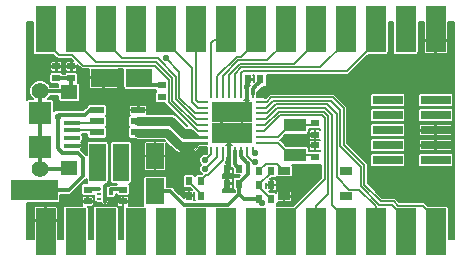
<source format=gtl>
G04 #@! TF.FileFunction,Copper,L1,Top,Signal*
%FSLAX46Y46*%
G04 Gerber Fmt 4.6, Leading zero omitted, Abs format (unit mm)*
G04 Created by KiCad (PCBNEW (2015-08-16 BZR 6097, Git b384c94)-product) date 25/01/2016 17:26:25*
%MOMM*%
G01*
G04 APERTURE LIST*
%ADD10C,0.100000*%
%ADD11R,2.032000X1.727200*%
%ADD12R,1.350000X0.400000*%
%ADD13C,1.400000*%
%ADD14R,1.400000X1.200000*%
%ADD15R,1.900000X1.900000*%
%ADD16R,0.350000X0.180000*%
%ADD17R,0.300000X1.500000*%
%ADD18R,1.050000X0.650000*%
%ADD19R,1.900000X1.100000*%
%ADD20R,1.250000X0.600000*%
%ADD21R,2.199640X1.600200*%
%ADD22R,1.600200X2.199640*%
%ADD23R,0.700000X0.250000*%
%ADD24R,0.250000X0.700000*%
%ADD25R,1.725000X1.725000*%
%ADD26R,0.600000X0.700000*%
%ADD27R,0.700000X0.600000*%
%ADD28R,1.727200X2.032000*%
%ADD29R,2.540000X0.750000*%
%ADD30C,0.584200*%
%ADD31C,0.304800*%
%ADD32C,0.152400*%
%ADD33C,0.800000*%
%ADD34C,0.025400*%
G04 APERTURE END LIST*
D10*
D11*
X154940000Y-91440000D03*
X153035000Y-91440000D03*
D12*
X157157800Y-85060000D03*
X157157800Y-85710000D03*
X157157800Y-86360000D03*
X157157800Y-87010000D03*
X157157800Y-87660000D03*
D13*
X154482800Y-83060000D03*
X154482800Y-89660000D03*
D14*
X156932800Y-89560000D03*
X156932800Y-83160000D03*
D15*
X154482800Y-87810000D03*
X154482800Y-84910000D03*
D16*
X160481500Y-92157500D03*
X160481500Y-91757500D03*
X160481500Y-91357500D03*
X159431500Y-91357500D03*
X159431500Y-91757500D03*
X159431500Y-92157500D03*
D17*
X159956500Y-91757500D03*
D18*
X175133000Y-91948000D03*
X180333000Y-91948000D03*
X180333000Y-89798000D03*
X175133000Y-89798000D03*
D19*
X176022000Y-88435500D03*
X176022000Y-85935500D03*
D20*
X162786000Y-84648000D03*
X162786000Y-85598000D03*
X162786000Y-86548000D03*
X159286000Y-86548000D03*
X159286000Y-85598000D03*
X159286000Y-84648000D03*
D21*
X162854640Y-81915000D03*
X159852360Y-81915000D03*
D22*
X164211000Y-91544140D03*
X164211000Y-88541860D03*
D23*
X173114500Y-87438000D03*
X173114500Y-86938000D03*
X173114500Y-86438000D03*
X173114500Y-85938000D03*
X173114500Y-85438000D03*
X173114500Y-84938000D03*
X173114500Y-84438000D03*
X173114500Y-83938000D03*
D24*
X172464500Y-83288000D03*
X171964500Y-83288000D03*
X171464500Y-83288000D03*
X170964500Y-83288000D03*
X170464500Y-83288000D03*
X169964500Y-83288000D03*
X169464500Y-83288000D03*
X168964500Y-83288000D03*
D23*
X168314500Y-83938000D03*
X168314500Y-84438000D03*
X168314500Y-84938000D03*
X168314500Y-85438000D03*
X168314500Y-85938000D03*
X168314500Y-86438000D03*
X168314500Y-86938000D03*
X168314500Y-87438000D03*
D24*
X168964500Y-88088000D03*
X169464500Y-88088000D03*
X169964500Y-88088000D03*
X170464500Y-88088000D03*
X170964500Y-88088000D03*
X171464500Y-88088000D03*
X171964500Y-88088000D03*
X172464500Y-88088000D03*
D25*
X169852000Y-84825500D03*
X169852000Y-86550500D03*
X171577000Y-84825500D03*
X171577000Y-86550500D03*
D26*
X174045500Y-89789000D03*
X173045500Y-89789000D03*
X174045500Y-92202000D03*
X173045500Y-92202000D03*
X168076500Y-90678000D03*
X167076500Y-90678000D03*
D27*
X155841700Y-80945100D03*
X155841700Y-81945100D03*
X158496000Y-91384500D03*
X158496000Y-92384500D03*
X161480500Y-91384500D03*
X161480500Y-92384500D03*
D26*
X173045500Y-90995500D03*
X174045500Y-90995500D03*
X171315000Y-90868500D03*
X170315000Y-90868500D03*
X173093000Y-82042000D03*
X172093000Y-82042000D03*
D27*
X177736500Y-85733000D03*
X177736500Y-86733000D03*
X177736500Y-88638000D03*
X177736500Y-87638000D03*
X157111700Y-80945100D03*
X157111700Y-81945100D03*
D26*
X171315000Y-89598500D03*
X170315000Y-89598500D03*
X168076500Y-91884500D03*
X167076500Y-91884500D03*
D10*
G36*
X158637500Y-90690500D02*
X158637500Y-87490500D01*
X160037500Y-87490500D01*
X160037500Y-90690500D01*
X158637500Y-90690500D01*
X158637500Y-90690500D01*
G37*
G36*
X160637500Y-90690500D02*
X160637500Y-87490500D01*
X162037500Y-87490500D01*
X162037500Y-90690500D01*
X160637500Y-90690500D01*
X160637500Y-90690500D01*
G37*
D27*
X164782500Y-83558000D03*
X164782500Y-82558000D03*
D28*
X185420000Y-95885000D03*
X182880000Y-95885000D03*
X180340000Y-95885000D03*
X177800000Y-95885000D03*
X175260000Y-95885000D03*
X172720000Y-95885000D03*
X170180000Y-95885000D03*
X167640000Y-95885000D03*
X165100000Y-95885000D03*
X162560000Y-95885000D03*
X160020000Y-95885000D03*
X157480000Y-95885000D03*
X154940000Y-95885000D03*
X154940000Y-93980000D03*
X157480000Y-93980000D03*
X160020000Y-93980000D03*
X162560000Y-93980000D03*
X165100000Y-93980000D03*
X167640000Y-93980000D03*
X170180000Y-93980000D03*
X172720000Y-93980000D03*
X175260000Y-93980000D03*
X177800000Y-93980000D03*
X180340000Y-93980000D03*
X182880000Y-93980000D03*
X185420000Y-93980000D03*
X187960000Y-95885000D03*
X187960000Y-93980000D03*
X185420000Y-78740000D03*
X182880000Y-78740000D03*
X180340000Y-78740000D03*
X177800000Y-78740000D03*
X175260000Y-78740000D03*
X172720000Y-78740000D03*
X170180000Y-78740000D03*
X167640000Y-78740000D03*
X165100000Y-78740000D03*
X162560000Y-78740000D03*
X160020000Y-78740000D03*
X157480000Y-78740000D03*
X154940000Y-78740000D03*
X154940000Y-76835000D03*
X157480000Y-76835000D03*
X160020000Y-76835000D03*
X162560000Y-76835000D03*
X165100000Y-76835000D03*
X167640000Y-76835000D03*
X170180000Y-76835000D03*
X172720000Y-76835000D03*
X175260000Y-76835000D03*
X177800000Y-76835000D03*
X180340000Y-76835000D03*
X182880000Y-76835000D03*
X185420000Y-76835000D03*
X187960000Y-78740000D03*
X187960000Y-76835000D03*
D29*
X187960000Y-88900000D03*
X187960000Y-87630000D03*
X187960000Y-86360000D03*
X187960000Y-85090000D03*
X187960000Y-83820000D03*
X183900000Y-88900000D03*
X183900000Y-87630000D03*
X183900000Y-85090000D03*
X183900000Y-86360000D03*
X183900000Y-83820000D03*
D30*
X166946170Y-91836520D03*
X157111700Y-80945100D03*
X155841700Y-80945100D03*
X175133000Y-91948000D03*
X175577500Y-87122000D03*
X176212500Y-87122000D03*
X176847500Y-87122000D03*
X171577000Y-86550500D03*
X171577000Y-84825500D03*
X169852000Y-84825500D03*
X169852000Y-86550500D03*
X183900000Y-83820000D03*
X174045500Y-89789000D03*
X173045500Y-90995500D03*
X168465500Y-89636603D03*
X183900000Y-87630000D03*
X172638284Y-89007622D03*
X183900000Y-88900000D03*
X172665725Y-88271531D03*
X187960000Y-88900000D03*
X173249299Y-92509229D03*
X161337500Y-89090500D03*
X164211000Y-91544140D03*
X173101000Y-81978500D03*
X164782500Y-82558000D03*
X161480500Y-91384500D03*
X164782500Y-83558000D03*
X159337500Y-89090500D03*
X155956000Y-85201200D03*
X158496000Y-91376500D03*
X168076500Y-90678000D03*
X165156004Y-80271496D03*
X168465500Y-88900000D03*
D31*
X167076500Y-91884500D02*
X166994150Y-91884500D01*
X166994150Y-91884500D02*
X166946170Y-91836520D01*
X170315000Y-89598500D02*
X170315000Y-90868500D01*
X170464500Y-88088000D02*
X170464500Y-89449000D01*
X170464500Y-89449000D02*
X170315000Y-89598500D01*
X160163758Y-90995310D02*
X160314034Y-90845034D01*
X159956500Y-91757500D02*
X159956500Y-91059000D01*
X159956500Y-91059000D02*
X160020190Y-90995310D01*
X160020190Y-90995310D02*
X160163758Y-90995310D01*
X154940000Y-93980000D02*
X154940000Y-95885000D01*
X187960000Y-78740000D02*
X187960000Y-76835000D01*
X171964500Y-83288000D02*
X171964500Y-82170500D01*
X171964500Y-82170500D02*
X172093000Y-82042000D01*
X159956500Y-91757500D02*
X159956500Y-92357500D01*
X159956500Y-91757500D02*
X159956500Y-92112300D01*
X159956500Y-92112300D02*
X160001700Y-92157500D01*
X160001700Y-92157500D02*
X160481500Y-92157500D01*
X160481500Y-92157500D02*
X161253500Y-92157500D01*
X161253500Y-92157500D02*
X161480500Y-92384500D01*
X176212500Y-87122000D02*
X175577500Y-87122000D01*
X177736500Y-86733000D02*
X177273142Y-86733000D01*
X177273142Y-86733000D02*
X176884142Y-87122000D01*
X176884142Y-87122000D02*
X176847500Y-87122000D01*
X170464500Y-88088000D02*
X170464500Y-87163000D01*
X171964500Y-83288000D02*
X171964500Y-84438000D01*
X171964500Y-84438000D02*
X171577000Y-84825500D01*
D32*
X173114500Y-87438000D02*
X174624500Y-87438000D01*
X176022000Y-88435500D02*
X177534000Y-88435500D01*
X177534000Y-88435500D02*
X177736500Y-88638000D01*
X176022000Y-88435500D02*
X175622000Y-88435500D01*
X175622000Y-88435500D02*
X174624500Y-87438000D01*
X173114500Y-86938000D02*
X174619500Y-86938000D01*
X176022000Y-85935500D02*
X177534000Y-85935500D01*
X177534000Y-85935500D02*
X177736500Y-85733000D01*
X176022000Y-85935500D02*
X175622000Y-85935500D01*
X175622000Y-85935500D02*
X174619500Y-86938000D01*
X173045500Y-90995500D02*
X173045500Y-90945500D01*
X173045500Y-90945500D02*
X174045500Y-89945500D01*
X174045500Y-89945500D02*
X174045500Y-89789000D01*
X173045500Y-90995500D02*
X173045500Y-91152000D01*
X173045500Y-91152000D02*
X174045500Y-92152000D01*
X174045500Y-92152000D02*
X174045500Y-92202000D01*
X169464500Y-88088000D02*
X169464500Y-88637603D01*
X169464500Y-88637603D02*
X168465500Y-89636603D01*
X165100000Y-93980000D02*
X165100000Y-95885000D01*
X165239701Y-93840299D02*
X165100000Y-93980000D01*
X157538800Y-85710000D02*
X157861795Y-85710000D01*
X157157800Y-85710000D02*
X157861795Y-85710000D01*
X157861795Y-85710000D02*
X159174000Y-85710000D01*
X159174000Y-85710000D02*
X159286000Y-85598000D01*
X157538800Y-86360000D02*
X157958422Y-86360000D01*
X157958422Y-86360000D02*
X159098000Y-86360000D01*
X157157800Y-86360000D02*
X157958422Y-86360000D01*
X159098000Y-86360000D02*
X159286000Y-86548000D01*
X175133000Y-89798000D02*
X175015000Y-89798000D01*
X175015000Y-89798000D02*
X175015000Y-89697018D01*
X173562619Y-89210399D02*
X173045500Y-89727518D01*
X175015000Y-89697018D02*
X174528381Y-89210399D01*
X174528381Y-89210399D02*
X173562619Y-89210399D01*
X173045500Y-89727518D02*
X173045500Y-89789000D01*
X173020100Y-89789000D02*
X173020100Y-89727518D01*
X170180000Y-95885000D02*
X170180000Y-93980000D01*
X171964500Y-88088000D02*
X171964500Y-88510530D01*
X171964500Y-88510530D02*
X172461592Y-89007622D01*
X172461592Y-89007622D02*
X172638284Y-89007622D01*
X172720000Y-95885000D02*
X172720000Y-93980000D01*
X172464500Y-88088000D02*
X172482194Y-88088000D01*
X172482194Y-88088000D02*
X172665725Y-88271531D01*
D31*
X173045500Y-92202000D02*
X173045500Y-92305430D01*
X173045500Y-92305430D02*
X173249299Y-92509229D01*
X160020000Y-93980000D02*
X160020000Y-95885000D01*
X165508941Y-91544140D02*
X166624000Y-92659199D01*
X166624000Y-92659199D02*
X170405301Y-92659199D01*
X170405301Y-92659199D02*
X171315000Y-91749500D01*
X164211000Y-91544140D02*
X165508941Y-91544140D01*
X173045500Y-92202000D02*
X171767500Y-92202000D01*
X171767500Y-92202000D02*
X171513500Y-91948000D01*
X171315000Y-91749500D02*
X171513500Y-91948000D01*
X171464500Y-88088000D02*
X171464500Y-88549358D01*
X171464500Y-88549358D02*
X171919801Y-89004659D01*
X171919801Y-89004659D02*
X171919801Y-89014201D01*
X171919801Y-89014201D02*
X172059600Y-89154000D01*
X172059600Y-89154000D02*
X172059600Y-90073900D01*
X172059600Y-90073900D02*
X171315000Y-90818500D01*
X171315000Y-90818500D02*
X171315000Y-90868500D01*
X171315000Y-90868500D02*
X171315000Y-91749500D01*
X185420000Y-76835000D02*
X185420000Y-78740000D01*
X172783500Y-82550000D02*
X173093000Y-82240500D01*
X173093000Y-82240500D02*
X173093000Y-82042000D01*
X172783500Y-82550142D02*
X172783500Y-82550000D01*
X172464500Y-82869000D02*
X172464642Y-82869000D01*
X172464642Y-82869000D02*
X172783500Y-82550142D01*
X172464500Y-83288000D02*
X172464500Y-82869000D01*
X164782500Y-82558000D02*
X163497640Y-82558000D01*
X163497640Y-82558000D02*
X162854640Y-81915000D01*
X161480500Y-91384500D02*
X161430500Y-91384500D01*
X160481500Y-91357500D02*
X161453500Y-91357500D01*
X161453500Y-91357500D02*
X161480500Y-91384500D01*
X160481500Y-91357500D02*
X160481500Y-91700290D01*
X154940000Y-91440000D02*
X156901442Y-91440000D01*
X156901442Y-91440000D02*
X158115000Y-90226442D01*
X158115000Y-90226442D02*
X158115000Y-88693558D01*
X153035000Y-91440000D02*
X154940000Y-91440000D01*
X155956000Y-85201200D02*
X155956000Y-87881842D01*
X155956000Y-87881842D02*
X156339158Y-88265000D01*
X156339158Y-88265000D02*
X157686442Y-88265000D01*
X157686442Y-88265000D02*
X158115000Y-88693558D01*
X157157800Y-85060000D02*
X158272000Y-85060000D01*
X158272000Y-85060000D02*
X158684000Y-84648000D01*
X158684000Y-84648000D02*
X159286000Y-84648000D01*
X157157800Y-85060000D02*
X156097200Y-85060000D01*
X156097200Y-85060000D02*
X155956000Y-85201200D01*
D33*
X166651334Y-86666386D02*
X166993886Y-86666386D01*
X166993886Y-86666386D02*
X166993896Y-86666396D01*
X165581749Y-85596801D02*
X166651334Y-86666386D01*
X162787199Y-85596801D02*
X165581749Y-85596801D01*
X165187251Y-86549199D02*
X166256838Y-87618786D01*
X162787199Y-86549199D02*
X165187251Y-86549199D01*
D32*
X167076500Y-90678000D02*
X167076500Y-90728000D01*
X167076500Y-90728000D02*
X168076500Y-91728000D01*
X168076500Y-91728000D02*
X168076500Y-91884500D01*
D31*
X157480000Y-93980000D02*
X157480000Y-95885000D01*
X159431500Y-91357500D02*
X158515000Y-91357500D01*
X158515000Y-91357500D02*
X158496000Y-91376500D01*
X157480000Y-96520000D02*
X157480000Y-96367600D01*
D32*
X175260000Y-93980000D02*
X175260000Y-95885000D01*
X178562000Y-85280500D02*
X178562000Y-90525600D01*
X178562000Y-90525600D02*
X175260000Y-93827600D01*
X175260000Y-93827600D02*
X175260000Y-93980000D01*
X178371500Y-85090000D02*
X178562000Y-85280500D01*
X174815500Y-85090000D02*
X178371500Y-85090000D01*
X173467500Y-86438000D02*
X174815500Y-85090000D01*
X173114500Y-86438000D02*
X173467500Y-86438000D01*
X178866810Y-91744790D02*
X177800000Y-92811600D01*
X177800000Y-93980000D02*
X177800000Y-95885000D01*
X173114500Y-85938000D02*
X173536434Y-85938000D01*
X173536434Y-85938000D02*
X174689244Y-84785190D01*
X174689244Y-84785190D02*
X178497757Y-84785191D01*
X178497757Y-84785191D02*
X178866810Y-85154244D01*
X178866810Y-85154244D02*
X178866810Y-91744790D01*
X177800000Y-92811600D02*
X177800000Y-93980000D01*
X180340000Y-95885000D02*
X180340000Y-93980000D01*
X179171620Y-85027988D02*
X179171620Y-92659220D01*
X179171620Y-92659220D02*
X180340000Y-93827600D01*
X180340000Y-93827600D02*
X180340000Y-93980000D01*
X173114500Y-85438000D02*
X173605368Y-85438000D01*
X173605368Y-85438000D02*
X174562989Y-84480381D01*
X174562989Y-84480381D02*
X178624014Y-84480382D01*
X178624014Y-84480382D02*
X179171620Y-85027988D01*
X182880000Y-93980000D02*
X182880000Y-95885000D01*
X173114500Y-84938000D02*
X173674303Y-84938000D01*
X173674303Y-84938000D02*
X174436732Y-84175572D01*
X174436732Y-84175572D02*
X178750271Y-84175573D01*
X178750271Y-84175573D02*
X179579399Y-85004701D01*
X179579399Y-85004701D02*
X179579399Y-90305881D01*
X179579399Y-90305881D02*
X180667917Y-91394399D01*
X180667917Y-91394399D02*
X181462799Y-91394399D01*
X181462799Y-91394399D02*
X182880000Y-92811600D01*
X182880000Y-92811600D02*
X182880000Y-93980000D01*
X173114500Y-84438000D02*
X173616900Y-84438000D01*
X173616900Y-84438000D02*
X174184136Y-83870764D01*
X174184136Y-83870764D02*
X179129040Y-83870764D01*
X179884209Y-84625933D02*
X179884209Y-87731600D01*
X179129040Y-83870764D02*
X179884209Y-84625933D01*
X179884209Y-87731600D02*
X181610000Y-89457391D01*
X181610000Y-89457391D02*
X181610000Y-91110534D01*
X181610000Y-91110534D02*
X183184809Y-92685343D01*
X185420000Y-93827600D02*
X185420000Y-93980000D01*
X183184809Y-92685343D02*
X184277743Y-92685343D01*
X184277743Y-92685343D02*
X185420000Y-93827600D01*
X185420000Y-93980000D02*
X185420000Y-95885000D01*
X173114500Y-83938000D02*
X173685834Y-83938000D01*
X180189019Y-84499677D02*
X180189019Y-87605344D01*
X173685834Y-83938000D02*
X174057880Y-83565954D01*
X184758865Y-92735399D02*
X186867799Y-92735399D01*
X174057880Y-83565954D02*
X179255297Y-83565955D01*
X179255297Y-83565955D02*
X180189019Y-84499677D01*
X181914810Y-89331135D02*
X181914810Y-90984278D01*
X180189019Y-87605344D02*
X181914810Y-89331135D01*
X181914810Y-90984278D02*
X183311065Y-92380533D01*
X183311065Y-92380533D02*
X184404000Y-92380534D01*
X184404000Y-92380534D02*
X184758865Y-92735399D01*
X187960000Y-93827600D02*
X187960000Y-93980000D01*
X186867799Y-92735399D02*
X187960000Y-93827600D01*
X187960000Y-93980000D02*
X187960000Y-95885000D01*
X167640000Y-95885000D02*
X167640000Y-93980000D01*
X169964500Y-88088000D02*
X169964500Y-88908241D01*
X169964500Y-88908241D02*
X168697141Y-90175600D01*
X168697141Y-90175600D02*
X168528900Y-90175600D01*
X168528900Y-90175600D02*
X168076500Y-90628000D01*
X168076500Y-90628000D02*
X168076500Y-90678000D01*
X182880000Y-78740000D02*
X182880000Y-76835000D01*
X171640500Y-81343500D02*
X180428900Y-81343500D01*
X180428900Y-81343500D02*
X182880000Y-78892400D01*
X182880000Y-78892400D02*
X182880000Y-78740000D01*
X171464500Y-81519500D02*
X171640500Y-81343500D01*
X171464500Y-83288000D02*
X171464500Y-81519500D01*
X180340000Y-76835000D02*
X180340000Y-78740000D01*
X171514244Y-81038690D02*
X178193710Y-81038690D01*
X178193710Y-81038690D02*
X180340000Y-78892400D01*
X180340000Y-78892400D02*
X180340000Y-78740000D01*
X170964500Y-81788698D02*
X170964500Y-81588434D01*
X170964500Y-81588434D02*
X171514244Y-81038690D01*
X170964500Y-83288000D02*
X170964500Y-81788698D01*
X177800000Y-78740000D02*
X177800000Y-76835000D01*
X170464500Y-83288000D02*
X170464500Y-81657368D01*
X170464500Y-81657368D02*
X171387988Y-80733880D01*
X171387988Y-80733880D02*
X175958520Y-80733880D01*
X175958520Y-80733880D02*
X177800000Y-78892400D01*
X177800000Y-78892400D02*
X177800000Y-78740000D01*
X175260000Y-76835000D02*
X175260000Y-78740000D01*
X169964500Y-83288000D02*
X169964500Y-81726302D01*
X169964500Y-81726302D02*
X171261732Y-80429070D01*
X173723330Y-80429070D02*
X175260000Y-78892400D01*
X175260000Y-78892400D02*
X175260000Y-78740000D01*
X171261732Y-80429070D02*
X173723330Y-80429070D01*
X172720000Y-76835000D02*
X172720000Y-78740000D01*
X172720000Y-78740000D02*
X172720000Y-78892400D01*
X171135476Y-80124260D02*
X169464500Y-81795236D01*
X169464500Y-81995500D02*
X169464500Y-83288000D01*
X172720000Y-78892400D02*
X171488140Y-80124260D01*
X169464500Y-81795236D02*
X169464500Y-81995500D01*
X171488140Y-80124260D02*
X171135476Y-80124260D01*
X170180000Y-78740000D02*
X170180000Y-76835000D01*
X168964500Y-83288000D02*
X168964500Y-78939500D01*
X168964500Y-78939500D02*
X169164000Y-78740000D01*
X169164000Y-78740000D02*
X170180000Y-78740000D01*
X167640000Y-76835000D02*
X167640000Y-78740000D01*
X168314500Y-83938000D02*
X167812100Y-83938000D01*
X167812100Y-83938000D02*
X167640000Y-83765900D01*
X167640000Y-83765900D02*
X167640000Y-79908400D01*
X167640000Y-79908400D02*
X167640000Y-78740000D01*
X165100000Y-78740000D02*
X165100000Y-76835000D01*
X168314500Y-84438000D02*
X167812100Y-84438000D01*
X167812100Y-84438000D02*
X167335190Y-83961090D01*
X167335190Y-83961090D02*
X167335190Y-81127590D01*
X167335190Y-81127590D02*
X165100000Y-78892400D01*
X165100000Y-78892400D02*
X165100000Y-78740000D01*
X162560000Y-78740000D02*
X162560000Y-76835000D01*
X166275528Y-81696348D02*
X166275528Y-81391020D01*
X166275528Y-81391020D02*
X165156004Y-80271496D01*
X167605298Y-84938000D02*
X166275529Y-83608231D01*
X166275529Y-83608231D02*
X166275528Y-81696348D01*
X168314500Y-84938000D02*
X167605298Y-84938000D01*
X165970719Y-81822605D02*
X164424793Y-80276679D01*
X164424793Y-80276679D02*
X161404279Y-80276679D01*
X161404279Y-80276679D02*
X160020000Y-78892400D01*
X160020000Y-78892400D02*
X160020000Y-78740000D01*
X167674232Y-85438000D02*
X165970719Y-83734487D01*
X165970719Y-83734487D02*
X165970719Y-81822605D01*
X168314500Y-85438000D02*
X167674232Y-85438000D01*
X160020000Y-78740000D02*
X160020000Y-76835000D01*
X157480000Y-78740000D02*
X157480000Y-76835000D01*
X164298537Y-80581489D02*
X159169089Y-80581489D01*
X159169089Y-80581489D02*
X157480000Y-78892400D01*
X157480000Y-78892400D02*
X157480000Y-78740000D01*
X165665911Y-83860745D02*
X165665910Y-81948862D01*
X165665910Y-81948862D02*
X164298537Y-80581489D01*
X167743166Y-85938000D02*
X165665911Y-83860745D01*
X168314500Y-85938000D02*
X167743166Y-85938000D01*
X154940000Y-78740000D02*
X154940000Y-76835000D01*
X164172281Y-80886299D02*
X158114381Y-80886299D01*
X158114381Y-80886299D02*
X157212683Y-79984601D01*
X157212683Y-79984601D02*
X156032201Y-79984601D01*
X156032201Y-79984601D02*
X154940000Y-78892400D01*
X154940000Y-78892400D02*
X154940000Y-78740000D01*
X168314500Y-86438000D02*
X167812100Y-86438000D01*
X167812100Y-86438000D02*
X165361101Y-83987001D01*
X165361101Y-83987001D02*
X165361101Y-82075119D01*
X165361101Y-82075119D02*
X164172281Y-80886299D01*
X162560000Y-95885000D02*
X162560000Y-93980000D01*
X168964500Y-88088000D02*
X168964500Y-88401000D01*
X168964500Y-88401000D02*
X168465500Y-88900000D01*
D31*
X157111700Y-81945100D02*
X157111700Y-82981100D01*
X157111700Y-82981100D02*
X156932800Y-83160000D01*
X154482800Y-89660000D02*
X156832800Y-89660000D01*
X156832800Y-89660000D02*
X156932800Y-89560000D01*
X154482800Y-83060000D02*
X156832800Y-83060000D01*
X156832800Y-83060000D02*
X156932800Y-83160000D01*
X155841700Y-81945100D02*
X157111700Y-81945100D01*
X154482800Y-84910000D02*
X154482800Y-83060000D01*
X154482800Y-87810000D02*
X154482800Y-84910000D01*
X154482800Y-89660000D02*
X154482800Y-87810000D01*
X154507800Y-89560000D02*
X154482800Y-89585000D01*
X154507800Y-83160000D02*
X154482800Y-83135000D01*
X154178000Y-82830200D02*
X154482800Y-83135000D01*
X170964500Y-88088000D02*
X170964500Y-89248000D01*
X170964500Y-89248000D02*
X171315000Y-89598500D01*
D32*
G36*
X153843322Y-79756000D02*
X153859262Y-79840714D01*
X153909328Y-79918518D01*
X153985720Y-79970715D01*
X154076400Y-79989078D01*
X155605626Y-79989078D01*
X155816675Y-80200127D01*
X155915559Y-80266199D01*
X156032201Y-80289401D01*
X157086431Y-80289401D01*
X157289730Y-80492700D01*
X157175200Y-80492700D01*
X157137100Y-80530800D01*
X157137100Y-80919700D01*
X157576000Y-80919700D01*
X157614100Y-80881600D01*
X157614100Y-80817070D01*
X157898855Y-81101825D01*
X157997740Y-81167898D01*
X158114381Y-81191099D01*
X158600140Y-81191099D01*
X158600140Y-81851500D01*
X158638240Y-81889600D01*
X159826960Y-81889600D01*
X159826960Y-81869600D01*
X159877760Y-81869600D01*
X159877760Y-81889600D01*
X161066480Y-81889600D01*
X161104580Y-81851500D01*
X161104580Y-81191099D01*
X161521742Y-81191099D01*
X161521742Y-82715100D01*
X161537682Y-82799814D01*
X161587748Y-82877618D01*
X161664140Y-82929815D01*
X161754820Y-82948178D01*
X163954460Y-82948178D01*
X164003237Y-82939000D01*
X164214663Y-82939000D01*
X164215362Y-82942714D01*
X164265428Y-83020518D01*
X164320706Y-83058288D01*
X164269982Y-83090928D01*
X164217785Y-83167320D01*
X164199422Y-83258000D01*
X164199422Y-83858000D01*
X164215362Y-83942714D01*
X164265428Y-84020518D01*
X164341820Y-84072715D01*
X164432500Y-84091078D01*
X165077004Y-84091078D01*
X165079503Y-84103643D01*
X165145575Y-84202527D01*
X166947448Y-86004400D01*
X166878323Y-86004400D01*
X166026236Y-85152314D01*
X165822304Y-85016050D01*
X165581749Y-84968201D01*
X163563400Y-84968201D01*
X163563400Y-84711500D01*
X163525300Y-84673400D01*
X162811400Y-84673400D01*
X162811400Y-84693400D01*
X162760600Y-84693400D01*
X162760600Y-84673400D01*
X162046700Y-84673400D01*
X162008600Y-84711500D01*
X162008600Y-84978314D01*
X162031801Y-85034327D01*
X162074672Y-85077198D01*
X162081259Y-85079926D01*
X162076286Y-85080862D01*
X161998482Y-85130928D01*
X161946285Y-85207320D01*
X161927922Y-85298000D01*
X161927922Y-85898000D01*
X161943862Y-85982714D01*
X161993928Y-86060518D01*
X162011520Y-86072538D01*
X161998482Y-86080928D01*
X161946285Y-86157320D01*
X161927922Y-86248000D01*
X161927922Y-86848000D01*
X161943862Y-86932714D01*
X161993928Y-87010518D01*
X162070320Y-87062715D01*
X162161000Y-87081078D01*
X162473502Y-87081078D01*
X162546644Y-87129950D01*
X162787199Y-87177799D01*
X164926877Y-87177799D01*
X165038718Y-87289640D01*
X164274500Y-87289640D01*
X164236400Y-87327740D01*
X164236400Y-88516460D01*
X165125400Y-88516460D01*
X165163500Y-88478360D01*
X165163500Y-87414422D01*
X165812350Y-88063273D01*
X166016283Y-88199537D01*
X166256838Y-88247385D01*
X166295977Y-88239600D01*
X167513000Y-88239600D01*
X167599020Y-88222798D01*
X167674645Y-88172645D01*
X168051212Y-87796078D01*
X168606422Y-87796078D01*
X168606422Y-88328026D01*
X168555070Y-88379378D01*
X168362381Y-88379210D01*
X168170933Y-88458315D01*
X168024330Y-88604662D01*
X167944891Y-88795972D01*
X167944710Y-89003119D01*
X168023815Y-89194567D01*
X168097421Y-89268302D01*
X168024330Y-89341265D01*
X167944891Y-89532575D01*
X167944710Y-89739722D01*
X168023815Y-89931170D01*
X168170162Y-90077773D01*
X168188189Y-90085259D01*
X168178526Y-90094922D01*
X167776500Y-90094922D01*
X167691786Y-90110862D01*
X167613982Y-90160928D01*
X167576212Y-90216206D01*
X167543572Y-90165482D01*
X167467180Y-90113285D01*
X167376500Y-90094922D01*
X166776500Y-90094922D01*
X166691786Y-90110862D01*
X166613982Y-90160928D01*
X166561785Y-90237320D01*
X166543422Y-90328000D01*
X166543422Y-91028000D01*
X166559362Y-91112714D01*
X166609428Y-91190518D01*
X166685820Y-91242715D01*
X166776500Y-91261078D01*
X167178526Y-91261078D01*
X167299548Y-91382100D01*
X167140000Y-91382100D01*
X167101900Y-91420200D01*
X167101900Y-91859100D01*
X167490800Y-91859100D01*
X167528900Y-91821000D01*
X167528900Y-91611452D01*
X167543422Y-91625974D01*
X167543422Y-92234500D01*
X167551645Y-92278199D01*
X167523356Y-92278199D01*
X167528900Y-92264814D01*
X167528900Y-91948000D01*
X167490800Y-91909900D01*
X167101900Y-91909900D01*
X167101900Y-91929900D01*
X167051100Y-91929900D01*
X167051100Y-91909900D01*
X166662200Y-91909900D01*
X166624100Y-91948000D01*
X166624100Y-92120484D01*
X166007803Y-91504186D01*
X166624100Y-91504186D01*
X166624100Y-91821000D01*
X166662200Y-91859100D01*
X167051100Y-91859100D01*
X167051100Y-91420200D01*
X167013000Y-91382100D01*
X166746186Y-91382100D01*
X166690173Y-91405301D01*
X166647302Y-91448172D01*
X166624100Y-91504186D01*
X166007803Y-91504186D01*
X165778349Y-91274732D01*
X165654744Y-91192142D01*
X165508941Y-91163140D01*
X165244178Y-91163140D01*
X165244178Y-90444320D01*
X165228238Y-90359606D01*
X165178172Y-90281802D01*
X165101780Y-90229605D01*
X165011100Y-90211242D01*
X163410900Y-90211242D01*
X163326186Y-90227182D01*
X163248382Y-90277248D01*
X163196185Y-90353640D01*
X163177822Y-90444320D01*
X163177822Y-92643960D01*
X163193762Y-92728674D01*
X163195209Y-92730922D01*
X161976228Y-92730922D01*
X161982900Y-92714814D01*
X161982900Y-92448000D01*
X161944800Y-92409900D01*
X161505900Y-92409900D01*
X161505900Y-92798800D01*
X161521764Y-92814664D01*
X161481685Y-92873320D01*
X161463322Y-92964000D01*
X161463322Y-95554800D01*
X161116678Y-95554800D01*
X161116678Y-92964000D01*
X161100738Y-92879286D01*
X161063752Y-92821808D01*
X161100186Y-92836900D01*
X161417000Y-92836900D01*
X161455100Y-92798800D01*
X161455100Y-92409900D01*
X161016200Y-92409900D01*
X160978100Y-92448000D01*
X160978100Y-92714814D01*
X160999522Y-92766532D01*
X160974280Y-92749285D01*
X160883600Y-92730922D01*
X159156400Y-92730922D01*
X159071686Y-92746862D01*
X158993882Y-92796928D01*
X158941685Y-92873320D01*
X158923322Y-92964000D01*
X158923322Y-95554800D01*
X158576678Y-95554800D01*
X158576678Y-92964000D01*
X158560738Y-92879286D01*
X158521402Y-92818157D01*
X158521402Y-92798802D01*
X158559500Y-92836900D01*
X158876314Y-92836900D01*
X158932328Y-92813698D01*
X158975199Y-92770827D01*
X158998400Y-92714814D01*
X158998400Y-92448000D01*
X158960300Y-92409900D01*
X158521400Y-92409900D01*
X158521400Y-92429900D01*
X158470600Y-92429900D01*
X158470600Y-92409900D01*
X158031700Y-92409900D01*
X157993600Y-92448000D01*
X157993600Y-92714814D01*
X158000272Y-92730922D01*
X156616400Y-92730922D01*
X156531686Y-92746862D01*
X156453882Y-92796928D01*
X156401685Y-92873320D01*
X156383322Y-92964000D01*
X156383322Y-95554800D01*
X155956000Y-95554800D01*
X155956000Y-94043500D01*
X155917900Y-94005400D01*
X154965400Y-94005400D01*
X154965400Y-95554800D01*
X154914600Y-95554800D01*
X154914600Y-94005400D01*
X153962100Y-94005400D01*
X153924000Y-94043500D01*
X153924000Y-95554800D01*
X153365200Y-95554800D01*
X153365200Y-92933686D01*
X153924000Y-92933686D01*
X153924000Y-93916500D01*
X153962100Y-93954600D01*
X154914600Y-93954600D01*
X154914600Y-92849700D01*
X154965400Y-92849700D01*
X154965400Y-93954600D01*
X155917900Y-93954600D01*
X155956000Y-93916500D01*
X155956000Y-92933686D01*
X155932799Y-92877673D01*
X155889928Y-92834802D01*
X155833914Y-92811600D01*
X155003500Y-92811600D01*
X154965400Y-92849700D01*
X154914600Y-92849700D01*
X154876500Y-92811600D01*
X154046086Y-92811600D01*
X153990072Y-92834802D01*
X153947201Y-92877673D01*
X153924000Y-92933686D01*
X153365200Y-92933686D01*
X153365200Y-92536678D01*
X155956000Y-92536678D01*
X156040714Y-92520738D01*
X156118518Y-92470672D01*
X156170715Y-92394280D01*
X156189078Y-92303600D01*
X156189078Y-92054186D01*
X157993600Y-92054186D01*
X157993600Y-92321000D01*
X158031700Y-92359100D01*
X158470600Y-92359100D01*
X158470600Y-91970200D01*
X158521400Y-91970200D01*
X158521400Y-92359100D01*
X158960300Y-92359100D01*
X158998400Y-92321000D01*
X158998400Y-92054186D01*
X158975199Y-91998173D01*
X158932328Y-91955302D01*
X158876314Y-91932100D01*
X158559500Y-91932100D01*
X158521400Y-91970200D01*
X158470600Y-91970200D01*
X158432500Y-91932100D01*
X158115686Y-91932100D01*
X158059672Y-91955302D01*
X158016801Y-91998173D01*
X157993600Y-92054186D01*
X156189078Y-92054186D01*
X156189078Y-91821000D01*
X156901442Y-91821000D01*
X157047245Y-91791998D01*
X157170850Y-91709408D01*
X158384408Y-90495850D01*
X158404422Y-90465897D01*
X158404422Y-90690500D01*
X158420362Y-90775214D01*
X158469401Y-90851422D01*
X158146000Y-90851422D01*
X158061286Y-90867362D01*
X157983482Y-90917428D01*
X157931285Y-90993820D01*
X157912922Y-91084500D01*
X157912922Y-91684500D01*
X157928862Y-91769214D01*
X157978928Y-91847018D01*
X158055320Y-91899215D01*
X158146000Y-91917578D01*
X158846000Y-91917578D01*
X158930714Y-91901638D01*
X159008518Y-91851572D01*
X159023422Y-91829760D01*
X159023422Y-91847500D01*
X159039362Y-91932214D01*
X159055319Y-91957012D01*
X159041785Y-91976820D01*
X159023422Y-92067500D01*
X159023422Y-92247500D01*
X159039362Y-92332214D01*
X159089428Y-92410018D01*
X159165820Y-92462215D01*
X159256500Y-92480578D01*
X159606500Y-92480578D01*
X159654100Y-92471621D01*
X159654100Y-92537814D01*
X159677302Y-92593828D01*
X159720173Y-92636699D01*
X159776186Y-92659900D01*
X159893000Y-92659900D01*
X159931100Y-92621800D01*
X159931100Y-91782900D01*
X159911100Y-91782900D01*
X159911100Y-91732100D01*
X159931100Y-91732100D01*
X159931100Y-91712100D01*
X159981900Y-91712100D01*
X159981900Y-91732100D01*
X160001900Y-91732100D01*
X160001900Y-91782900D01*
X159981900Y-91782900D01*
X159981900Y-92621800D01*
X160020000Y-92659900D01*
X160136814Y-92659900D01*
X160192827Y-92636699D01*
X160235698Y-92593828D01*
X160258900Y-92537814D01*
X160258900Y-92392740D01*
X160276186Y-92399900D01*
X160418000Y-92399900D01*
X160456100Y-92361800D01*
X160456100Y-92182900D01*
X160506900Y-92182900D01*
X160506900Y-92361800D01*
X160545000Y-92399900D01*
X160686814Y-92399900D01*
X160742827Y-92376699D01*
X160785698Y-92333828D01*
X160808900Y-92277814D01*
X160808900Y-92221000D01*
X160770800Y-92182900D01*
X160506900Y-92182900D01*
X160456100Y-92182900D01*
X160436100Y-92182900D01*
X160436100Y-92132100D01*
X160456100Y-92132100D01*
X160456100Y-92112100D01*
X160506900Y-92112100D01*
X160506900Y-92132100D01*
X160770800Y-92132100D01*
X160808900Y-92094000D01*
X160808900Y-92054186D01*
X160978100Y-92054186D01*
X160978100Y-92321000D01*
X161016200Y-92359100D01*
X161455100Y-92359100D01*
X161455100Y-91970200D01*
X161505900Y-91970200D01*
X161505900Y-92359100D01*
X161944800Y-92359100D01*
X161982900Y-92321000D01*
X161982900Y-92054186D01*
X161959699Y-91998173D01*
X161916828Y-91955302D01*
X161860814Y-91932100D01*
X161544000Y-91932100D01*
X161505900Y-91970200D01*
X161455100Y-91970200D01*
X161417000Y-91932100D01*
X161100186Y-91932100D01*
X161044172Y-91955302D01*
X161001301Y-91998173D01*
X160978100Y-92054186D01*
X160808900Y-92054186D01*
X160808900Y-92037186D01*
X160803634Y-92024472D01*
X160819018Y-92014572D01*
X160871215Y-91938180D01*
X160889578Y-91847500D01*
X160889578Y-91738500D01*
X160907583Y-91738500D01*
X160913362Y-91769214D01*
X160963428Y-91847018D01*
X161039820Y-91899215D01*
X161130500Y-91917578D01*
X161830500Y-91917578D01*
X161915214Y-91901638D01*
X161993018Y-91851572D01*
X162045215Y-91775180D01*
X162063578Y-91684500D01*
X162063578Y-91084500D01*
X162047638Y-90999786D01*
X161998599Y-90923578D01*
X162037500Y-90923578D01*
X162122214Y-90907638D01*
X162200018Y-90857572D01*
X162252215Y-90781180D01*
X162270578Y-90690500D01*
X162270578Y-88605360D01*
X163258500Y-88605360D01*
X163258500Y-89671994D01*
X163281701Y-89728007D01*
X163324572Y-89770878D01*
X163380586Y-89794080D01*
X164147500Y-89794080D01*
X164185600Y-89755980D01*
X164185600Y-88567260D01*
X164236400Y-88567260D01*
X164236400Y-89755980D01*
X164274500Y-89794080D01*
X165041414Y-89794080D01*
X165097428Y-89770878D01*
X165140299Y-89728007D01*
X165163500Y-89671994D01*
X165163500Y-88605360D01*
X165125400Y-88567260D01*
X164236400Y-88567260D01*
X164185600Y-88567260D01*
X163296600Y-88567260D01*
X163258500Y-88605360D01*
X162270578Y-88605360D01*
X162270578Y-87490500D01*
X162255756Y-87411726D01*
X163258500Y-87411726D01*
X163258500Y-88478360D01*
X163296600Y-88516460D01*
X164185600Y-88516460D01*
X164185600Y-87327740D01*
X164147500Y-87289640D01*
X163380586Y-87289640D01*
X163324572Y-87312842D01*
X163281701Y-87355713D01*
X163258500Y-87411726D01*
X162255756Y-87411726D01*
X162254638Y-87405786D01*
X162204572Y-87327982D01*
X162128180Y-87275785D01*
X162037500Y-87257422D01*
X160637500Y-87257422D01*
X160552786Y-87273362D01*
X160474982Y-87323428D01*
X160422785Y-87399820D01*
X160404422Y-87490500D01*
X160404422Y-90690500D01*
X160420362Y-90775214D01*
X160470428Y-90853018D01*
X160546820Y-90905215D01*
X160637500Y-90923578D01*
X160963780Y-90923578D01*
X160927619Y-90976500D01*
X160481500Y-90976500D01*
X160335698Y-91005502D01*
X160286895Y-91038111D01*
X160258900Y-91043379D01*
X160258900Y-90977186D01*
X160235698Y-90921172D01*
X160192827Y-90878301D01*
X160177604Y-90871995D01*
X160200018Y-90857572D01*
X160252215Y-90781180D01*
X160270578Y-90690500D01*
X160270578Y-87490500D01*
X160254638Y-87405786D01*
X160204572Y-87327982D01*
X160128180Y-87275785D01*
X160037500Y-87257422D01*
X158637500Y-87257422D01*
X158552786Y-87273362D01*
X158474982Y-87323428D01*
X158422785Y-87399820D01*
X158404422Y-87490500D01*
X158404422Y-88454103D01*
X158384408Y-88424150D01*
X158384405Y-88424148D01*
X157955850Y-87995592D01*
X157930004Y-87978322D01*
X157961998Y-87946328D01*
X157985200Y-87890314D01*
X157985200Y-87723500D01*
X157947100Y-87685400D01*
X157183200Y-87685400D01*
X157183200Y-87705400D01*
X157132400Y-87705400D01*
X157132400Y-87685400D01*
X157112400Y-87685400D01*
X157112400Y-87634600D01*
X157132400Y-87634600D01*
X157132400Y-87614600D01*
X157183200Y-87614600D01*
X157183200Y-87634600D01*
X157947100Y-87634600D01*
X157985200Y-87596500D01*
X157985200Y-87429686D01*
X157970122Y-87393285D01*
X157995318Y-87377072D01*
X158047515Y-87300680D01*
X158065878Y-87210000D01*
X158065878Y-86810000D01*
X158049938Y-86725286D01*
X158024039Y-86685038D01*
X158037867Y-86664800D01*
X158427922Y-86664800D01*
X158427922Y-86848000D01*
X158443862Y-86932714D01*
X158493928Y-87010518D01*
X158570320Y-87062715D01*
X158661000Y-87081078D01*
X159911000Y-87081078D01*
X159995714Y-87065138D01*
X160073518Y-87015072D01*
X160125715Y-86938680D01*
X160144078Y-86848000D01*
X160144078Y-86248000D01*
X160128138Y-86163286D01*
X160078072Y-86085482D01*
X160060480Y-86073462D01*
X160073518Y-86065072D01*
X160125715Y-85988680D01*
X160144078Y-85898000D01*
X160144078Y-85298000D01*
X160128138Y-85213286D01*
X160078072Y-85135482D01*
X160060480Y-85123462D01*
X160073518Y-85115072D01*
X160125715Y-85038680D01*
X160144078Y-84948000D01*
X160144078Y-84348000D01*
X160138375Y-84317686D01*
X162008600Y-84317686D01*
X162008600Y-84584500D01*
X162046700Y-84622600D01*
X162760600Y-84622600D01*
X162760600Y-84233700D01*
X162811400Y-84233700D01*
X162811400Y-84622600D01*
X163525300Y-84622600D01*
X163563400Y-84584500D01*
X163563400Y-84317686D01*
X163540199Y-84261673D01*
X163497328Y-84218802D01*
X163441314Y-84195600D01*
X162849500Y-84195600D01*
X162811400Y-84233700D01*
X162760600Y-84233700D01*
X162722500Y-84195600D01*
X162130686Y-84195600D01*
X162074672Y-84218802D01*
X162031801Y-84261673D01*
X162008600Y-84317686D01*
X160138375Y-84317686D01*
X160128138Y-84263286D01*
X160078072Y-84185482D01*
X160001680Y-84133285D01*
X159911000Y-84114922D01*
X158661000Y-84114922D01*
X158576286Y-84130862D01*
X158498482Y-84180928D01*
X158446285Y-84257320D01*
X158427922Y-84348000D01*
X158427922Y-84369685D01*
X158414592Y-84378592D01*
X158114184Y-84679000D01*
X157972823Y-84679000D01*
X157923480Y-84645285D01*
X157832800Y-84626922D01*
X156482800Y-84626922D01*
X156398086Y-84642862D01*
X156341927Y-84679000D01*
X156097200Y-84679000D01*
X156069477Y-84684514D01*
X156060028Y-84680591D01*
X155852881Y-84680410D01*
X155665878Y-84757678D01*
X155665878Y-83960000D01*
X155649938Y-83875286D01*
X155599872Y-83797482D01*
X155523480Y-83745285D01*
X155432800Y-83726922D01*
X155129099Y-83726922D01*
X155269569Y-83586696D01*
X155330067Y-83441000D01*
X155999722Y-83441000D01*
X155999722Y-83760000D01*
X156015662Y-83844714D01*
X156065728Y-83922518D01*
X156142120Y-83974715D01*
X156232800Y-83993078D01*
X157632800Y-83993078D01*
X157717514Y-83977138D01*
X157795318Y-83927072D01*
X157847515Y-83850680D01*
X157865878Y-83760000D01*
X157865878Y-82560000D01*
X157849938Y-82475286D01*
X157799872Y-82397482D01*
X157723480Y-82345285D01*
X157676420Y-82335755D01*
X157694778Y-82245100D01*
X157694778Y-81978500D01*
X158600140Y-81978500D01*
X158600140Y-82745414D01*
X158623342Y-82801428D01*
X158666213Y-82844299D01*
X158722226Y-82867500D01*
X159788860Y-82867500D01*
X159826960Y-82829400D01*
X159826960Y-81940400D01*
X159877760Y-81940400D01*
X159877760Y-82829400D01*
X159915860Y-82867500D01*
X160982494Y-82867500D01*
X161038507Y-82844299D01*
X161081378Y-82801428D01*
X161104580Y-82745414D01*
X161104580Y-81978500D01*
X161066480Y-81940400D01*
X159877760Y-81940400D01*
X159826960Y-81940400D01*
X158638240Y-81940400D01*
X158600140Y-81978500D01*
X157694778Y-81978500D01*
X157694778Y-81645100D01*
X157678838Y-81560386D01*
X157628772Y-81482582D01*
X157552380Y-81430385D01*
X157461700Y-81412022D01*
X156761700Y-81412022D01*
X156676986Y-81427962D01*
X156599182Y-81478028D01*
X156546985Y-81554420D01*
X156545025Y-81564100D01*
X156409537Y-81564100D01*
X156408838Y-81560386D01*
X156358772Y-81482582D01*
X156282380Y-81430385D01*
X156191700Y-81412022D01*
X155491700Y-81412022D01*
X155406986Y-81427962D01*
X155329182Y-81478028D01*
X155276985Y-81554420D01*
X155258622Y-81645100D01*
X155258622Y-82245100D01*
X155274562Y-82329814D01*
X155324628Y-82407618D01*
X155401020Y-82459815D01*
X155491700Y-82478178D01*
X156016291Y-82478178D01*
X155999722Y-82560000D01*
X155999722Y-82679000D01*
X155330120Y-82679000D01*
X155270488Y-82534678D01*
X155009496Y-82273231D01*
X154668320Y-82131562D01*
X154298900Y-82131240D01*
X153957478Y-82272312D01*
X153696031Y-82533304D01*
X153554362Y-82874480D01*
X153554040Y-83243900D01*
X153695112Y-83585322D01*
X153836466Y-83726922D01*
X153532800Y-83726922D01*
X153448086Y-83742862D01*
X153370282Y-83792928D01*
X153365200Y-83800366D01*
X153365200Y-81008600D01*
X155339300Y-81008600D01*
X155339300Y-81275414D01*
X155362501Y-81331427D01*
X155405372Y-81374298D01*
X155461386Y-81397500D01*
X155778200Y-81397500D01*
X155816300Y-81359400D01*
X155816300Y-80970500D01*
X155867100Y-80970500D01*
X155867100Y-81359400D01*
X155905200Y-81397500D01*
X156222014Y-81397500D01*
X156278028Y-81374298D01*
X156320899Y-81331427D01*
X156344100Y-81275414D01*
X156344100Y-81008600D01*
X156609300Y-81008600D01*
X156609300Y-81275414D01*
X156632501Y-81331427D01*
X156675372Y-81374298D01*
X156731386Y-81397500D01*
X157048200Y-81397500D01*
X157086300Y-81359400D01*
X157086300Y-80970500D01*
X157137100Y-80970500D01*
X157137100Y-81359400D01*
X157175200Y-81397500D01*
X157492014Y-81397500D01*
X157548028Y-81374298D01*
X157590899Y-81331427D01*
X157614100Y-81275414D01*
X157614100Y-81008600D01*
X157576000Y-80970500D01*
X157137100Y-80970500D01*
X157086300Y-80970500D01*
X156647400Y-80970500D01*
X156609300Y-81008600D01*
X156344100Y-81008600D01*
X156306000Y-80970500D01*
X155867100Y-80970500D01*
X155816300Y-80970500D01*
X155377400Y-80970500D01*
X155339300Y-81008600D01*
X153365200Y-81008600D01*
X153365200Y-80614786D01*
X155339300Y-80614786D01*
X155339300Y-80881600D01*
X155377400Y-80919700D01*
X155816300Y-80919700D01*
X155816300Y-80530800D01*
X155867100Y-80530800D01*
X155867100Y-80919700D01*
X156306000Y-80919700D01*
X156344100Y-80881600D01*
X156344100Y-80614786D01*
X156609300Y-80614786D01*
X156609300Y-80881600D01*
X156647400Y-80919700D01*
X157086300Y-80919700D01*
X157086300Y-80530800D01*
X157048200Y-80492700D01*
X156731386Y-80492700D01*
X156675372Y-80515902D01*
X156632501Y-80558773D01*
X156609300Y-80614786D01*
X156344100Y-80614786D01*
X156320899Y-80558773D01*
X156278028Y-80515902D01*
X156222014Y-80492700D01*
X155905200Y-80492700D01*
X155867100Y-80530800D01*
X155816300Y-80530800D01*
X155778200Y-80492700D01*
X155461386Y-80492700D01*
X155405372Y-80515902D01*
X155362501Y-80558773D01*
X155339300Y-80614786D01*
X153365200Y-80614786D01*
X153365200Y-77165200D01*
X153843322Y-77165200D01*
X153843322Y-79756000D01*
X153843322Y-79756000D01*
G37*
X153843322Y-79756000D02*
X153859262Y-79840714D01*
X153909328Y-79918518D01*
X153985720Y-79970715D01*
X154076400Y-79989078D01*
X155605626Y-79989078D01*
X155816675Y-80200127D01*
X155915559Y-80266199D01*
X156032201Y-80289401D01*
X157086431Y-80289401D01*
X157289730Y-80492700D01*
X157175200Y-80492700D01*
X157137100Y-80530800D01*
X157137100Y-80919700D01*
X157576000Y-80919700D01*
X157614100Y-80881600D01*
X157614100Y-80817070D01*
X157898855Y-81101825D01*
X157997740Y-81167898D01*
X158114381Y-81191099D01*
X158600140Y-81191099D01*
X158600140Y-81851500D01*
X158638240Y-81889600D01*
X159826960Y-81889600D01*
X159826960Y-81869600D01*
X159877760Y-81869600D01*
X159877760Y-81889600D01*
X161066480Y-81889600D01*
X161104580Y-81851500D01*
X161104580Y-81191099D01*
X161521742Y-81191099D01*
X161521742Y-82715100D01*
X161537682Y-82799814D01*
X161587748Y-82877618D01*
X161664140Y-82929815D01*
X161754820Y-82948178D01*
X163954460Y-82948178D01*
X164003237Y-82939000D01*
X164214663Y-82939000D01*
X164215362Y-82942714D01*
X164265428Y-83020518D01*
X164320706Y-83058288D01*
X164269982Y-83090928D01*
X164217785Y-83167320D01*
X164199422Y-83258000D01*
X164199422Y-83858000D01*
X164215362Y-83942714D01*
X164265428Y-84020518D01*
X164341820Y-84072715D01*
X164432500Y-84091078D01*
X165077004Y-84091078D01*
X165079503Y-84103643D01*
X165145575Y-84202527D01*
X166947448Y-86004400D01*
X166878323Y-86004400D01*
X166026236Y-85152314D01*
X165822304Y-85016050D01*
X165581749Y-84968201D01*
X163563400Y-84968201D01*
X163563400Y-84711500D01*
X163525300Y-84673400D01*
X162811400Y-84673400D01*
X162811400Y-84693400D01*
X162760600Y-84693400D01*
X162760600Y-84673400D01*
X162046700Y-84673400D01*
X162008600Y-84711500D01*
X162008600Y-84978314D01*
X162031801Y-85034327D01*
X162074672Y-85077198D01*
X162081259Y-85079926D01*
X162076286Y-85080862D01*
X161998482Y-85130928D01*
X161946285Y-85207320D01*
X161927922Y-85298000D01*
X161927922Y-85898000D01*
X161943862Y-85982714D01*
X161993928Y-86060518D01*
X162011520Y-86072538D01*
X161998482Y-86080928D01*
X161946285Y-86157320D01*
X161927922Y-86248000D01*
X161927922Y-86848000D01*
X161943862Y-86932714D01*
X161993928Y-87010518D01*
X162070320Y-87062715D01*
X162161000Y-87081078D01*
X162473502Y-87081078D01*
X162546644Y-87129950D01*
X162787199Y-87177799D01*
X164926877Y-87177799D01*
X165038718Y-87289640D01*
X164274500Y-87289640D01*
X164236400Y-87327740D01*
X164236400Y-88516460D01*
X165125400Y-88516460D01*
X165163500Y-88478360D01*
X165163500Y-87414422D01*
X165812350Y-88063273D01*
X166016283Y-88199537D01*
X166256838Y-88247385D01*
X166295977Y-88239600D01*
X167513000Y-88239600D01*
X167599020Y-88222798D01*
X167674645Y-88172645D01*
X168051212Y-87796078D01*
X168606422Y-87796078D01*
X168606422Y-88328026D01*
X168555070Y-88379378D01*
X168362381Y-88379210D01*
X168170933Y-88458315D01*
X168024330Y-88604662D01*
X167944891Y-88795972D01*
X167944710Y-89003119D01*
X168023815Y-89194567D01*
X168097421Y-89268302D01*
X168024330Y-89341265D01*
X167944891Y-89532575D01*
X167944710Y-89739722D01*
X168023815Y-89931170D01*
X168170162Y-90077773D01*
X168188189Y-90085259D01*
X168178526Y-90094922D01*
X167776500Y-90094922D01*
X167691786Y-90110862D01*
X167613982Y-90160928D01*
X167576212Y-90216206D01*
X167543572Y-90165482D01*
X167467180Y-90113285D01*
X167376500Y-90094922D01*
X166776500Y-90094922D01*
X166691786Y-90110862D01*
X166613982Y-90160928D01*
X166561785Y-90237320D01*
X166543422Y-90328000D01*
X166543422Y-91028000D01*
X166559362Y-91112714D01*
X166609428Y-91190518D01*
X166685820Y-91242715D01*
X166776500Y-91261078D01*
X167178526Y-91261078D01*
X167299548Y-91382100D01*
X167140000Y-91382100D01*
X167101900Y-91420200D01*
X167101900Y-91859100D01*
X167490800Y-91859100D01*
X167528900Y-91821000D01*
X167528900Y-91611452D01*
X167543422Y-91625974D01*
X167543422Y-92234500D01*
X167551645Y-92278199D01*
X167523356Y-92278199D01*
X167528900Y-92264814D01*
X167528900Y-91948000D01*
X167490800Y-91909900D01*
X167101900Y-91909900D01*
X167101900Y-91929900D01*
X167051100Y-91929900D01*
X167051100Y-91909900D01*
X166662200Y-91909900D01*
X166624100Y-91948000D01*
X166624100Y-92120484D01*
X166007803Y-91504186D01*
X166624100Y-91504186D01*
X166624100Y-91821000D01*
X166662200Y-91859100D01*
X167051100Y-91859100D01*
X167051100Y-91420200D01*
X167013000Y-91382100D01*
X166746186Y-91382100D01*
X166690173Y-91405301D01*
X166647302Y-91448172D01*
X166624100Y-91504186D01*
X166007803Y-91504186D01*
X165778349Y-91274732D01*
X165654744Y-91192142D01*
X165508941Y-91163140D01*
X165244178Y-91163140D01*
X165244178Y-90444320D01*
X165228238Y-90359606D01*
X165178172Y-90281802D01*
X165101780Y-90229605D01*
X165011100Y-90211242D01*
X163410900Y-90211242D01*
X163326186Y-90227182D01*
X163248382Y-90277248D01*
X163196185Y-90353640D01*
X163177822Y-90444320D01*
X163177822Y-92643960D01*
X163193762Y-92728674D01*
X163195209Y-92730922D01*
X161976228Y-92730922D01*
X161982900Y-92714814D01*
X161982900Y-92448000D01*
X161944800Y-92409900D01*
X161505900Y-92409900D01*
X161505900Y-92798800D01*
X161521764Y-92814664D01*
X161481685Y-92873320D01*
X161463322Y-92964000D01*
X161463322Y-95554800D01*
X161116678Y-95554800D01*
X161116678Y-92964000D01*
X161100738Y-92879286D01*
X161063752Y-92821808D01*
X161100186Y-92836900D01*
X161417000Y-92836900D01*
X161455100Y-92798800D01*
X161455100Y-92409900D01*
X161016200Y-92409900D01*
X160978100Y-92448000D01*
X160978100Y-92714814D01*
X160999522Y-92766532D01*
X160974280Y-92749285D01*
X160883600Y-92730922D01*
X159156400Y-92730922D01*
X159071686Y-92746862D01*
X158993882Y-92796928D01*
X158941685Y-92873320D01*
X158923322Y-92964000D01*
X158923322Y-95554800D01*
X158576678Y-95554800D01*
X158576678Y-92964000D01*
X158560738Y-92879286D01*
X158521402Y-92818157D01*
X158521402Y-92798802D01*
X158559500Y-92836900D01*
X158876314Y-92836900D01*
X158932328Y-92813698D01*
X158975199Y-92770827D01*
X158998400Y-92714814D01*
X158998400Y-92448000D01*
X158960300Y-92409900D01*
X158521400Y-92409900D01*
X158521400Y-92429900D01*
X158470600Y-92429900D01*
X158470600Y-92409900D01*
X158031700Y-92409900D01*
X157993600Y-92448000D01*
X157993600Y-92714814D01*
X158000272Y-92730922D01*
X156616400Y-92730922D01*
X156531686Y-92746862D01*
X156453882Y-92796928D01*
X156401685Y-92873320D01*
X156383322Y-92964000D01*
X156383322Y-95554800D01*
X155956000Y-95554800D01*
X155956000Y-94043500D01*
X155917900Y-94005400D01*
X154965400Y-94005400D01*
X154965400Y-95554800D01*
X154914600Y-95554800D01*
X154914600Y-94005400D01*
X153962100Y-94005400D01*
X153924000Y-94043500D01*
X153924000Y-95554800D01*
X153365200Y-95554800D01*
X153365200Y-92933686D01*
X153924000Y-92933686D01*
X153924000Y-93916500D01*
X153962100Y-93954600D01*
X154914600Y-93954600D01*
X154914600Y-92849700D01*
X154965400Y-92849700D01*
X154965400Y-93954600D01*
X155917900Y-93954600D01*
X155956000Y-93916500D01*
X155956000Y-92933686D01*
X155932799Y-92877673D01*
X155889928Y-92834802D01*
X155833914Y-92811600D01*
X155003500Y-92811600D01*
X154965400Y-92849700D01*
X154914600Y-92849700D01*
X154876500Y-92811600D01*
X154046086Y-92811600D01*
X153990072Y-92834802D01*
X153947201Y-92877673D01*
X153924000Y-92933686D01*
X153365200Y-92933686D01*
X153365200Y-92536678D01*
X155956000Y-92536678D01*
X156040714Y-92520738D01*
X156118518Y-92470672D01*
X156170715Y-92394280D01*
X156189078Y-92303600D01*
X156189078Y-92054186D01*
X157993600Y-92054186D01*
X157993600Y-92321000D01*
X158031700Y-92359100D01*
X158470600Y-92359100D01*
X158470600Y-91970200D01*
X158521400Y-91970200D01*
X158521400Y-92359100D01*
X158960300Y-92359100D01*
X158998400Y-92321000D01*
X158998400Y-92054186D01*
X158975199Y-91998173D01*
X158932328Y-91955302D01*
X158876314Y-91932100D01*
X158559500Y-91932100D01*
X158521400Y-91970200D01*
X158470600Y-91970200D01*
X158432500Y-91932100D01*
X158115686Y-91932100D01*
X158059672Y-91955302D01*
X158016801Y-91998173D01*
X157993600Y-92054186D01*
X156189078Y-92054186D01*
X156189078Y-91821000D01*
X156901442Y-91821000D01*
X157047245Y-91791998D01*
X157170850Y-91709408D01*
X158384408Y-90495850D01*
X158404422Y-90465897D01*
X158404422Y-90690500D01*
X158420362Y-90775214D01*
X158469401Y-90851422D01*
X158146000Y-90851422D01*
X158061286Y-90867362D01*
X157983482Y-90917428D01*
X157931285Y-90993820D01*
X157912922Y-91084500D01*
X157912922Y-91684500D01*
X157928862Y-91769214D01*
X157978928Y-91847018D01*
X158055320Y-91899215D01*
X158146000Y-91917578D01*
X158846000Y-91917578D01*
X158930714Y-91901638D01*
X159008518Y-91851572D01*
X159023422Y-91829760D01*
X159023422Y-91847500D01*
X159039362Y-91932214D01*
X159055319Y-91957012D01*
X159041785Y-91976820D01*
X159023422Y-92067500D01*
X159023422Y-92247500D01*
X159039362Y-92332214D01*
X159089428Y-92410018D01*
X159165820Y-92462215D01*
X159256500Y-92480578D01*
X159606500Y-92480578D01*
X159654100Y-92471621D01*
X159654100Y-92537814D01*
X159677302Y-92593828D01*
X159720173Y-92636699D01*
X159776186Y-92659900D01*
X159893000Y-92659900D01*
X159931100Y-92621800D01*
X159931100Y-91782900D01*
X159911100Y-91782900D01*
X159911100Y-91732100D01*
X159931100Y-91732100D01*
X159931100Y-91712100D01*
X159981900Y-91712100D01*
X159981900Y-91732100D01*
X160001900Y-91732100D01*
X160001900Y-91782900D01*
X159981900Y-91782900D01*
X159981900Y-92621800D01*
X160020000Y-92659900D01*
X160136814Y-92659900D01*
X160192827Y-92636699D01*
X160235698Y-92593828D01*
X160258900Y-92537814D01*
X160258900Y-92392740D01*
X160276186Y-92399900D01*
X160418000Y-92399900D01*
X160456100Y-92361800D01*
X160456100Y-92182900D01*
X160506900Y-92182900D01*
X160506900Y-92361800D01*
X160545000Y-92399900D01*
X160686814Y-92399900D01*
X160742827Y-92376699D01*
X160785698Y-92333828D01*
X160808900Y-92277814D01*
X160808900Y-92221000D01*
X160770800Y-92182900D01*
X160506900Y-92182900D01*
X160456100Y-92182900D01*
X160436100Y-92182900D01*
X160436100Y-92132100D01*
X160456100Y-92132100D01*
X160456100Y-92112100D01*
X160506900Y-92112100D01*
X160506900Y-92132100D01*
X160770800Y-92132100D01*
X160808900Y-92094000D01*
X160808900Y-92054186D01*
X160978100Y-92054186D01*
X160978100Y-92321000D01*
X161016200Y-92359100D01*
X161455100Y-92359100D01*
X161455100Y-91970200D01*
X161505900Y-91970200D01*
X161505900Y-92359100D01*
X161944800Y-92359100D01*
X161982900Y-92321000D01*
X161982900Y-92054186D01*
X161959699Y-91998173D01*
X161916828Y-91955302D01*
X161860814Y-91932100D01*
X161544000Y-91932100D01*
X161505900Y-91970200D01*
X161455100Y-91970200D01*
X161417000Y-91932100D01*
X161100186Y-91932100D01*
X161044172Y-91955302D01*
X161001301Y-91998173D01*
X160978100Y-92054186D01*
X160808900Y-92054186D01*
X160808900Y-92037186D01*
X160803634Y-92024472D01*
X160819018Y-92014572D01*
X160871215Y-91938180D01*
X160889578Y-91847500D01*
X160889578Y-91738500D01*
X160907583Y-91738500D01*
X160913362Y-91769214D01*
X160963428Y-91847018D01*
X161039820Y-91899215D01*
X161130500Y-91917578D01*
X161830500Y-91917578D01*
X161915214Y-91901638D01*
X161993018Y-91851572D01*
X162045215Y-91775180D01*
X162063578Y-91684500D01*
X162063578Y-91084500D01*
X162047638Y-90999786D01*
X161998599Y-90923578D01*
X162037500Y-90923578D01*
X162122214Y-90907638D01*
X162200018Y-90857572D01*
X162252215Y-90781180D01*
X162270578Y-90690500D01*
X162270578Y-88605360D01*
X163258500Y-88605360D01*
X163258500Y-89671994D01*
X163281701Y-89728007D01*
X163324572Y-89770878D01*
X163380586Y-89794080D01*
X164147500Y-89794080D01*
X164185600Y-89755980D01*
X164185600Y-88567260D01*
X164236400Y-88567260D01*
X164236400Y-89755980D01*
X164274500Y-89794080D01*
X165041414Y-89794080D01*
X165097428Y-89770878D01*
X165140299Y-89728007D01*
X165163500Y-89671994D01*
X165163500Y-88605360D01*
X165125400Y-88567260D01*
X164236400Y-88567260D01*
X164185600Y-88567260D01*
X163296600Y-88567260D01*
X163258500Y-88605360D01*
X162270578Y-88605360D01*
X162270578Y-87490500D01*
X162255756Y-87411726D01*
X163258500Y-87411726D01*
X163258500Y-88478360D01*
X163296600Y-88516460D01*
X164185600Y-88516460D01*
X164185600Y-87327740D01*
X164147500Y-87289640D01*
X163380586Y-87289640D01*
X163324572Y-87312842D01*
X163281701Y-87355713D01*
X163258500Y-87411726D01*
X162255756Y-87411726D01*
X162254638Y-87405786D01*
X162204572Y-87327982D01*
X162128180Y-87275785D01*
X162037500Y-87257422D01*
X160637500Y-87257422D01*
X160552786Y-87273362D01*
X160474982Y-87323428D01*
X160422785Y-87399820D01*
X160404422Y-87490500D01*
X160404422Y-90690500D01*
X160420362Y-90775214D01*
X160470428Y-90853018D01*
X160546820Y-90905215D01*
X160637500Y-90923578D01*
X160963780Y-90923578D01*
X160927619Y-90976500D01*
X160481500Y-90976500D01*
X160335698Y-91005502D01*
X160286895Y-91038111D01*
X160258900Y-91043379D01*
X160258900Y-90977186D01*
X160235698Y-90921172D01*
X160192827Y-90878301D01*
X160177604Y-90871995D01*
X160200018Y-90857572D01*
X160252215Y-90781180D01*
X160270578Y-90690500D01*
X160270578Y-87490500D01*
X160254638Y-87405786D01*
X160204572Y-87327982D01*
X160128180Y-87275785D01*
X160037500Y-87257422D01*
X158637500Y-87257422D01*
X158552786Y-87273362D01*
X158474982Y-87323428D01*
X158422785Y-87399820D01*
X158404422Y-87490500D01*
X158404422Y-88454103D01*
X158384408Y-88424150D01*
X158384405Y-88424148D01*
X157955850Y-87995592D01*
X157930004Y-87978322D01*
X157961998Y-87946328D01*
X157985200Y-87890314D01*
X157985200Y-87723500D01*
X157947100Y-87685400D01*
X157183200Y-87685400D01*
X157183200Y-87705400D01*
X157132400Y-87705400D01*
X157132400Y-87685400D01*
X157112400Y-87685400D01*
X157112400Y-87634600D01*
X157132400Y-87634600D01*
X157132400Y-87614600D01*
X157183200Y-87614600D01*
X157183200Y-87634600D01*
X157947100Y-87634600D01*
X157985200Y-87596500D01*
X157985200Y-87429686D01*
X157970122Y-87393285D01*
X157995318Y-87377072D01*
X158047515Y-87300680D01*
X158065878Y-87210000D01*
X158065878Y-86810000D01*
X158049938Y-86725286D01*
X158024039Y-86685038D01*
X158037867Y-86664800D01*
X158427922Y-86664800D01*
X158427922Y-86848000D01*
X158443862Y-86932714D01*
X158493928Y-87010518D01*
X158570320Y-87062715D01*
X158661000Y-87081078D01*
X159911000Y-87081078D01*
X159995714Y-87065138D01*
X160073518Y-87015072D01*
X160125715Y-86938680D01*
X160144078Y-86848000D01*
X160144078Y-86248000D01*
X160128138Y-86163286D01*
X160078072Y-86085482D01*
X160060480Y-86073462D01*
X160073518Y-86065072D01*
X160125715Y-85988680D01*
X160144078Y-85898000D01*
X160144078Y-85298000D01*
X160128138Y-85213286D01*
X160078072Y-85135482D01*
X160060480Y-85123462D01*
X160073518Y-85115072D01*
X160125715Y-85038680D01*
X160144078Y-84948000D01*
X160144078Y-84348000D01*
X160138375Y-84317686D01*
X162008600Y-84317686D01*
X162008600Y-84584500D01*
X162046700Y-84622600D01*
X162760600Y-84622600D01*
X162760600Y-84233700D01*
X162811400Y-84233700D01*
X162811400Y-84622600D01*
X163525300Y-84622600D01*
X163563400Y-84584500D01*
X163563400Y-84317686D01*
X163540199Y-84261673D01*
X163497328Y-84218802D01*
X163441314Y-84195600D01*
X162849500Y-84195600D01*
X162811400Y-84233700D01*
X162760600Y-84233700D01*
X162722500Y-84195600D01*
X162130686Y-84195600D01*
X162074672Y-84218802D01*
X162031801Y-84261673D01*
X162008600Y-84317686D01*
X160138375Y-84317686D01*
X160128138Y-84263286D01*
X160078072Y-84185482D01*
X160001680Y-84133285D01*
X159911000Y-84114922D01*
X158661000Y-84114922D01*
X158576286Y-84130862D01*
X158498482Y-84180928D01*
X158446285Y-84257320D01*
X158427922Y-84348000D01*
X158427922Y-84369685D01*
X158414592Y-84378592D01*
X158114184Y-84679000D01*
X157972823Y-84679000D01*
X157923480Y-84645285D01*
X157832800Y-84626922D01*
X156482800Y-84626922D01*
X156398086Y-84642862D01*
X156341927Y-84679000D01*
X156097200Y-84679000D01*
X156069477Y-84684514D01*
X156060028Y-84680591D01*
X155852881Y-84680410D01*
X155665878Y-84757678D01*
X155665878Y-83960000D01*
X155649938Y-83875286D01*
X155599872Y-83797482D01*
X155523480Y-83745285D01*
X155432800Y-83726922D01*
X155129099Y-83726922D01*
X155269569Y-83586696D01*
X155330067Y-83441000D01*
X155999722Y-83441000D01*
X155999722Y-83760000D01*
X156015662Y-83844714D01*
X156065728Y-83922518D01*
X156142120Y-83974715D01*
X156232800Y-83993078D01*
X157632800Y-83993078D01*
X157717514Y-83977138D01*
X157795318Y-83927072D01*
X157847515Y-83850680D01*
X157865878Y-83760000D01*
X157865878Y-82560000D01*
X157849938Y-82475286D01*
X157799872Y-82397482D01*
X157723480Y-82345285D01*
X157676420Y-82335755D01*
X157694778Y-82245100D01*
X157694778Y-81978500D01*
X158600140Y-81978500D01*
X158600140Y-82745414D01*
X158623342Y-82801428D01*
X158666213Y-82844299D01*
X158722226Y-82867500D01*
X159788860Y-82867500D01*
X159826960Y-82829400D01*
X159826960Y-81940400D01*
X159877760Y-81940400D01*
X159877760Y-82829400D01*
X159915860Y-82867500D01*
X160982494Y-82867500D01*
X161038507Y-82844299D01*
X161081378Y-82801428D01*
X161104580Y-82745414D01*
X161104580Y-81978500D01*
X161066480Y-81940400D01*
X159877760Y-81940400D01*
X159826960Y-81940400D01*
X158638240Y-81940400D01*
X158600140Y-81978500D01*
X157694778Y-81978500D01*
X157694778Y-81645100D01*
X157678838Y-81560386D01*
X157628772Y-81482582D01*
X157552380Y-81430385D01*
X157461700Y-81412022D01*
X156761700Y-81412022D01*
X156676986Y-81427962D01*
X156599182Y-81478028D01*
X156546985Y-81554420D01*
X156545025Y-81564100D01*
X156409537Y-81564100D01*
X156408838Y-81560386D01*
X156358772Y-81482582D01*
X156282380Y-81430385D01*
X156191700Y-81412022D01*
X155491700Y-81412022D01*
X155406986Y-81427962D01*
X155329182Y-81478028D01*
X155276985Y-81554420D01*
X155258622Y-81645100D01*
X155258622Y-82245100D01*
X155274562Y-82329814D01*
X155324628Y-82407618D01*
X155401020Y-82459815D01*
X155491700Y-82478178D01*
X156016291Y-82478178D01*
X155999722Y-82560000D01*
X155999722Y-82679000D01*
X155330120Y-82679000D01*
X155270488Y-82534678D01*
X155009496Y-82273231D01*
X154668320Y-82131562D01*
X154298900Y-82131240D01*
X153957478Y-82272312D01*
X153696031Y-82533304D01*
X153554362Y-82874480D01*
X153554040Y-83243900D01*
X153695112Y-83585322D01*
X153836466Y-83726922D01*
X153532800Y-83726922D01*
X153448086Y-83742862D01*
X153370282Y-83792928D01*
X153365200Y-83800366D01*
X153365200Y-81008600D01*
X155339300Y-81008600D01*
X155339300Y-81275414D01*
X155362501Y-81331427D01*
X155405372Y-81374298D01*
X155461386Y-81397500D01*
X155778200Y-81397500D01*
X155816300Y-81359400D01*
X155816300Y-80970500D01*
X155867100Y-80970500D01*
X155867100Y-81359400D01*
X155905200Y-81397500D01*
X156222014Y-81397500D01*
X156278028Y-81374298D01*
X156320899Y-81331427D01*
X156344100Y-81275414D01*
X156344100Y-81008600D01*
X156609300Y-81008600D01*
X156609300Y-81275414D01*
X156632501Y-81331427D01*
X156675372Y-81374298D01*
X156731386Y-81397500D01*
X157048200Y-81397500D01*
X157086300Y-81359400D01*
X157086300Y-80970500D01*
X157137100Y-80970500D01*
X157137100Y-81359400D01*
X157175200Y-81397500D01*
X157492014Y-81397500D01*
X157548028Y-81374298D01*
X157590899Y-81331427D01*
X157614100Y-81275414D01*
X157614100Y-81008600D01*
X157576000Y-80970500D01*
X157137100Y-80970500D01*
X157086300Y-80970500D01*
X156647400Y-80970500D01*
X156609300Y-81008600D01*
X156344100Y-81008600D01*
X156306000Y-80970500D01*
X155867100Y-80970500D01*
X155816300Y-80970500D01*
X155377400Y-80970500D01*
X155339300Y-81008600D01*
X153365200Y-81008600D01*
X153365200Y-80614786D01*
X155339300Y-80614786D01*
X155339300Y-80881600D01*
X155377400Y-80919700D01*
X155816300Y-80919700D01*
X155816300Y-80530800D01*
X155867100Y-80530800D01*
X155867100Y-80919700D01*
X156306000Y-80919700D01*
X156344100Y-80881600D01*
X156344100Y-80614786D01*
X156609300Y-80614786D01*
X156609300Y-80881600D01*
X156647400Y-80919700D01*
X157086300Y-80919700D01*
X157086300Y-80530800D01*
X157048200Y-80492700D01*
X156731386Y-80492700D01*
X156675372Y-80515902D01*
X156632501Y-80558773D01*
X156609300Y-80614786D01*
X156344100Y-80614786D01*
X156320899Y-80558773D01*
X156278028Y-80515902D01*
X156222014Y-80492700D01*
X155905200Y-80492700D01*
X155867100Y-80530800D01*
X155816300Y-80530800D01*
X155778200Y-80492700D01*
X155461386Y-80492700D01*
X155405372Y-80515902D01*
X155362501Y-80558773D01*
X155339300Y-80614786D01*
X153365200Y-80614786D01*
X153365200Y-77165200D01*
X153843322Y-77165200D01*
X153843322Y-79756000D01*
G36*
X184323322Y-79756000D02*
X184339262Y-79840714D01*
X184389328Y-79918518D01*
X184465720Y-79970715D01*
X184556400Y-79989078D01*
X186283600Y-79989078D01*
X186368314Y-79973138D01*
X186446118Y-79923072D01*
X186498315Y-79846680D01*
X186516678Y-79756000D01*
X186516678Y-78803500D01*
X186944000Y-78803500D01*
X186944000Y-79786314D01*
X186967201Y-79842327D01*
X187010072Y-79885198D01*
X187066086Y-79908400D01*
X187896500Y-79908400D01*
X187934600Y-79870300D01*
X187934600Y-78765400D01*
X187985400Y-78765400D01*
X187985400Y-79870300D01*
X188023500Y-79908400D01*
X188853914Y-79908400D01*
X188909928Y-79885198D01*
X188952799Y-79842327D01*
X188976000Y-79786314D01*
X188976000Y-78803500D01*
X188937900Y-78765400D01*
X187985400Y-78765400D01*
X187934600Y-78765400D01*
X186982100Y-78765400D01*
X186944000Y-78803500D01*
X186516678Y-78803500D01*
X186516678Y-77165200D01*
X186944000Y-77165200D01*
X186944000Y-78676500D01*
X186982100Y-78714600D01*
X187934600Y-78714600D01*
X187934600Y-77165200D01*
X187985400Y-77165200D01*
X187985400Y-78714600D01*
X188937900Y-78714600D01*
X188976000Y-78676500D01*
X188976000Y-77165200D01*
X189534800Y-77165200D01*
X189534800Y-95554800D01*
X189056678Y-95554800D01*
X189056678Y-92964000D01*
X189040738Y-92879286D01*
X188990672Y-92801482D01*
X188914280Y-92749285D01*
X188823600Y-92730922D01*
X187294374Y-92730922D01*
X187083325Y-92519873D01*
X186984441Y-92453801D01*
X186867799Y-92430599D01*
X184885117Y-92430599D01*
X184619526Y-92165008D01*
X184520642Y-92098936D01*
X184404000Y-92075734D01*
X183437317Y-92075733D01*
X182219610Y-90858026D01*
X182219610Y-89331135D01*
X182196408Y-89214493D01*
X182130336Y-89115609D01*
X181539727Y-88525000D01*
X182396922Y-88525000D01*
X182396922Y-89275000D01*
X182412862Y-89359714D01*
X182462928Y-89437518D01*
X182539320Y-89489715D01*
X182630000Y-89508078D01*
X185170000Y-89508078D01*
X185254714Y-89492138D01*
X185332518Y-89442072D01*
X185384715Y-89365680D01*
X185403078Y-89275000D01*
X185403078Y-88525000D01*
X186456922Y-88525000D01*
X186456922Y-89275000D01*
X186472862Y-89359714D01*
X186522928Y-89437518D01*
X186599320Y-89489715D01*
X186690000Y-89508078D01*
X189230000Y-89508078D01*
X189314714Y-89492138D01*
X189392518Y-89442072D01*
X189444715Y-89365680D01*
X189463078Y-89275000D01*
X189463078Y-88525000D01*
X189447138Y-88440286D01*
X189397072Y-88362482D01*
X189320680Y-88310285D01*
X189230000Y-88291922D01*
X186690000Y-88291922D01*
X186605286Y-88307862D01*
X186527482Y-88357928D01*
X186475285Y-88434320D01*
X186456922Y-88525000D01*
X185403078Y-88525000D01*
X185387138Y-88440286D01*
X185337072Y-88362482D01*
X185260680Y-88310285D01*
X185170000Y-88291922D01*
X182630000Y-88291922D01*
X182545286Y-88307862D01*
X182467482Y-88357928D01*
X182415285Y-88434320D01*
X182396922Y-88525000D01*
X181539727Y-88525000D01*
X180493819Y-87479092D01*
X180493819Y-87255000D01*
X182396922Y-87255000D01*
X182396922Y-88005000D01*
X182412862Y-88089714D01*
X182462928Y-88167518D01*
X182539320Y-88219715D01*
X182630000Y-88238078D01*
X185170000Y-88238078D01*
X185254714Y-88222138D01*
X185332518Y-88172072D01*
X185384715Y-88095680D01*
X185403078Y-88005000D01*
X185403078Y-87693500D01*
X186537600Y-87693500D01*
X186537600Y-88035314D01*
X186560802Y-88091328D01*
X186603673Y-88134199D01*
X186659686Y-88157400D01*
X187896500Y-88157400D01*
X187934600Y-88119300D01*
X187934600Y-87655400D01*
X187985400Y-87655400D01*
X187985400Y-88119300D01*
X188023500Y-88157400D01*
X189260314Y-88157400D01*
X189316327Y-88134199D01*
X189359198Y-88091328D01*
X189382400Y-88035314D01*
X189382400Y-87693500D01*
X189344300Y-87655400D01*
X187985400Y-87655400D01*
X187934600Y-87655400D01*
X186575700Y-87655400D01*
X186537600Y-87693500D01*
X185403078Y-87693500D01*
X185403078Y-87255000D01*
X185397375Y-87224686D01*
X186537600Y-87224686D01*
X186537600Y-87566500D01*
X186575700Y-87604600D01*
X187934600Y-87604600D01*
X187934600Y-87140700D01*
X187985400Y-87140700D01*
X187985400Y-87604600D01*
X189344300Y-87604600D01*
X189382400Y-87566500D01*
X189382400Y-87224686D01*
X189359198Y-87168672D01*
X189316327Y-87125801D01*
X189260314Y-87102600D01*
X188023500Y-87102600D01*
X187985400Y-87140700D01*
X187934600Y-87140700D01*
X187896500Y-87102600D01*
X186659686Y-87102600D01*
X186603673Y-87125801D01*
X186560802Y-87168672D01*
X186537600Y-87224686D01*
X185397375Y-87224686D01*
X185387138Y-87170286D01*
X185337072Y-87092482D01*
X185260680Y-87040285D01*
X185170000Y-87021922D01*
X182630000Y-87021922D01*
X182545286Y-87037862D01*
X182467482Y-87087928D01*
X182415285Y-87164320D01*
X182396922Y-87255000D01*
X180493819Y-87255000D01*
X180493819Y-85985000D01*
X182396922Y-85985000D01*
X182396922Y-86735000D01*
X182412862Y-86819714D01*
X182462928Y-86897518D01*
X182539320Y-86949715D01*
X182630000Y-86968078D01*
X185170000Y-86968078D01*
X185254714Y-86952138D01*
X185332518Y-86902072D01*
X185384715Y-86825680D01*
X185403078Y-86735000D01*
X185403078Y-86423500D01*
X186537600Y-86423500D01*
X186537600Y-86765314D01*
X186560802Y-86821328D01*
X186603673Y-86864199D01*
X186659686Y-86887400D01*
X187896500Y-86887400D01*
X187934600Y-86849300D01*
X187934600Y-86385400D01*
X187985400Y-86385400D01*
X187985400Y-86849300D01*
X188023500Y-86887400D01*
X189260314Y-86887400D01*
X189316327Y-86864199D01*
X189359198Y-86821328D01*
X189382400Y-86765314D01*
X189382400Y-86423500D01*
X189344300Y-86385400D01*
X187985400Y-86385400D01*
X187934600Y-86385400D01*
X186575700Y-86385400D01*
X186537600Y-86423500D01*
X185403078Y-86423500D01*
X185403078Y-85985000D01*
X185397375Y-85954686D01*
X186537600Y-85954686D01*
X186537600Y-86296500D01*
X186575700Y-86334600D01*
X187934600Y-86334600D01*
X187934600Y-85870700D01*
X187985400Y-85870700D01*
X187985400Y-86334600D01*
X189344300Y-86334600D01*
X189382400Y-86296500D01*
X189382400Y-85954686D01*
X189359198Y-85898672D01*
X189316327Y-85855801D01*
X189260314Y-85832600D01*
X188023500Y-85832600D01*
X187985400Y-85870700D01*
X187934600Y-85870700D01*
X187896500Y-85832600D01*
X186659686Y-85832600D01*
X186603673Y-85855801D01*
X186560802Y-85898672D01*
X186537600Y-85954686D01*
X185397375Y-85954686D01*
X185387138Y-85900286D01*
X185337072Y-85822482D01*
X185260680Y-85770285D01*
X185170000Y-85751922D01*
X182630000Y-85751922D01*
X182545286Y-85767862D01*
X182467482Y-85817928D01*
X182415285Y-85894320D01*
X182396922Y-85985000D01*
X180493819Y-85985000D01*
X180493819Y-84715000D01*
X182396922Y-84715000D01*
X182396922Y-85465000D01*
X182412862Y-85549714D01*
X182462928Y-85627518D01*
X182539320Y-85679715D01*
X182630000Y-85698078D01*
X185170000Y-85698078D01*
X185254714Y-85682138D01*
X185332518Y-85632072D01*
X185384715Y-85555680D01*
X185403078Y-85465000D01*
X185403078Y-84715000D01*
X186456922Y-84715000D01*
X186456922Y-85465000D01*
X186472862Y-85549714D01*
X186522928Y-85627518D01*
X186599320Y-85679715D01*
X186690000Y-85698078D01*
X189230000Y-85698078D01*
X189314714Y-85682138D01*
X189392518Y-85632072D01*
X189444715Y-85555680D01*
X189463078Y-85465000D01*
X189463078Y-84715000D01*
X189447138Y-84630286D01*
X189397072Y-84552482D01*
X189320680Y-84500285D01*
X189230000Y-84481922D01*
X186690000Y-84481922D01*
X186605286Y-84497862D01*
X186527482Y-84547928D01*
X186475285Y-84624320D01*
X186456922Y-84715000D01*
X185403078Y-84715000D01*
X185387138Y-84630286D01*
X185337072Y-84552482D01*
X185260680Y-84500285D01*
X185170000Y-84481922D01*
X182630000Y-84481922D01*
X182545286Y-84497862D01*
X182467482Y-84547928D01*
X182415285Y-84624320D01*
X182396922Y-84715000D01*
X180493819Y-84715000D01*
X180493819Y-84499677D01*
X180470617Y-84383035D01*
X180404545Y-84284151D01*
X179565394Y-83445000D01*
X182396922Y-83445000D01*
X182396922Y-84195000D01*
X182412862Y-84279714D01*
X182462928Y-84357518D01*
X182539320Y-84409715D01*
X182630000Y-84428078D01*
X185170000Y-84428078D01*
X185254714Y-84412138D01*
X185332518Y-84362072D01*
X185384715Y-84285680D01*
X185403078Y-84195000D01*
X185403078Y-83445000D01*
X186456922Y-83445000D01*
X186456922Y-84195000D01*
X186472862Y-84279714D01*
X186522928Y-84357518D01*
X186599320Y-84409715D01*
X186690000Y-84428078D01*
X189230000Y-84428078D01*
X189314714Y-84412138D01*
X189392518Y-84362072D01*
X189444715Y-84285680D01*
X189463078Y-84195000D01*
X189463078Y-83445000D01*
X189447138Y-83360286D01*
X189397072Y-83282482D01*
X189320680Y-83230285D01*
X189230000Y-83211922D01*
X186690000Y-83211922D01*
X186605286Y-83227862D01*
X186527482Y-83277928D01*
X186475285Y-83354320D01*
X186456922Y-83445000D01*
X185403078Y-83445000D01*
X185387138Y-83360286D01*
X185337072Y-83282482D01*
X185260680Y-83230285D01*
X185170000Y-83211922D01*
X182630000Y-83211922D01*
X182545286Y-83227862D01*
X182467482Y-83277928D01*
X182415285Y-83354320D01*
X182396922Y-83445000D01*
X179565394Y-83445000D01*
X179470823Y-83350429D01*
X179371939Y-83284357D01*
X179255297Y-83261155D01*
X174057880Y-83261154D01*
X173950659Y-83282482D01*
X173941238Y-83284356D01*
X173842354Y-83350428D01*
X173578537Y-83614245D01*
X173555180Y-83598285D01*
X173464500Y-83579922D01*
X172859700Y-83579922D01*
X172859700Y-83216564D01*
X173386564Y-82689700D01*
X173609000Y-82689700D01*
X173636695Y-82684489D01*
X173662132Y-82668121D01*
X173679197Y-82643146D01*
X173685200Y-82613500D01*
X173685200Y-81648300D01*
X180428900Y-81648300D01*
X180545542Y-81625098D01*
X180644426Y-81559026D01*
X182214374Y-79989078D01*
X183743600Y-79989078D01*
X183828314Y-79973138D01*
X183906118Y-79923072D01*
X183958315Y-79846680D01*
X183976678Y-79756000D01*
X183976678Y-77165200D01*
X184323322Y-77165200D01*
X184323322Y-79756000D01*
X184323322Y-79756000D01*
G37*
X184323322Y-79756000D02*
X184339262Y-79840714D01*
X184389328Y-79918518D01*
X184465720Y-79970715D01*
X184556400Y-79989078D01*
X186283600Y-79989078D01*
X186368314Y-79973138D01*
X186446118Y-79923072D01*
X186498315Y-79846680D01*
X186516678Y-79756000D01*
X186516678Y-78803500D01*
X186944000Y-78803500D01*
X186944000Y-79786314D01*
X186967201Y-79842327D01*
X187010072Y-79885198D01*
X187066086Y-79908400D01*
X187896500Y-79908400D01*
X187934600Y-79870300D01*
X187934600Y-78765400D01*
X187985400Y-78765400D01*
X187985400Y-79870300D01*
X188023500Y-79908400D01*
X188853914Y-79908400D01*
X188909928Y-79885198D01*
X188952799Y-79842327D01*
X188976000Y-79786314D01*
X188976000Y-78803500D01*
X188937900Y-78765400D01*
X187985400Y-78765400D01*
X187934600Y-78765400D01*
X186982100Y-78765400D01*
X186944000Y-78803500D01*
X186516678Y-78803500D01*
X186516678Y-77165200D01*
X186944000Y-77165200D01*
X186944000Y-78676500D01*
X186982100Y-78714600D01*
X187934600Y-78714600D01*
X187934600Y-77165200D01*
X187985400Y-77165200D01*
X187985400Y-78714600D01*
X188937900Y-78714600D01*
X188976000Y-78676500D01*
X188976000Y-77165200D01*
X189534800Y-77165200D01*
X189534800Y-95554800D01*
X189056678Y-95554800D01*
X189056678Y-92964000D01*
X189040738Y-92879286D01*
X188990672Y-92801482D01*
X188914280Y-92749285D01*
X188823600Y-92730922D01*
X187294374Y-92730922D01*
X187083325Y-92519873D01*
X186984441Y-92453801D01*
X186867799Y-92430599D01*
X184885117Y-92430599D01*
X184619526Y-92165008D01*
X184520642Y-92098936D01*
X184404000Y-92075734D01*
X183437317Y-92075733D01*
X182219610Y-90858026D01*
X182219610Y-89331135D01*
X182196408Y-89214493D01*
X182130336Y-89115609D01*
X181539727Y-88525000D01*
X182396922Y-88525000D01*
X182396922Y-89275000D01*
X182412862Y-89359714D01*
X182462928Y-89437518D01*
X182539320Y-89489715D01*
X182630000Y-89508078D01*
X185170000Y-89508078D01*
X185254714Y-89492138D01*
X185332518Y-89442072D01*
X185384715Y-89365680D01*
X185403078Y-89275000D01*
X185403078Y-88525000D01*
X186456922Y-88525000D01*
X186456922Y-89275000D01*
X186472862Y-89359714D01*
X186522928Y-89437518D01*
X186599320Y-89489715D01*
X186690000Y-89508078D01*
X189230000Y-89508078D01*
X189314714Y-89492138D01*
X189392518Y-89442072D01*
X189444715Y-89365680D01*
X189463078Y-89275000D01*
X189463078Y-88525000D01*
X189447138Y-88440286D01*
X189397072Y-88362482D01*
X189320680Y-88310285D01*
X189230000Y-88291922D01*
X186690000Y-88291922D01*
X186605286Y-88307862D01*
X186527482Y-88357928D01*
X186475285Y-88434320D01*
X186456922Y-88525000D01*
X185403078Y-88525000D01*
X185387138Y-88440286D01*
X185337072Y-88362482D01*
X185260680Y-88310285D01*
X185170000Y-88291922D01*
X182630000Y-88291922D01*
X182545286Y-88307862D01*
X182467482Y-88357928D01*
X182415285Y-88434320D01*
X182396922Y-88525000D01*
X181539727Y-88525000D01*
X180493819Y-87479092D01*
X180493819Y-87255000D01*
X182396922Y-87255000D01*
X182396922Y-88005000D01*
X182412862Y-88089714D01*
X182462928Y-88167518D01*
X182539320Y-88219715D01*
X182630000Y-88238078D01*
X185170000Y-88238078D01*
X185254714Y-88222138D01*
X185332518Y-88172072D01*
X185384715Y-88095680D01*
X185403078Y-88005000D01*
X185403078Y-87693500D01*
X186537600Y-87693500D01*
X186537600Y-88035314D01*
X186560802Y-88091328D01*
X186603673Y-88134199D01*
X186659686Y-88157400D01*
X187896500Y-88157400D01*
X187934600Y-88119300D01*
X187934600Y-87655400D01*
X187985400Y-87655400D01*
X187985400Y-88119300D01*
X188023500Y-88157400D01*
X189260314Y-88157400D01*
X189316327Y-88134199D01*
X189359198Y-88091328D01*
X189382400Y-88035314D01*
X189382400Y-87693500D01*
X189344300Y-87655400D01*
X187985400Y-87655400D01*
X187934600Y-87655400D01*
X186575700Y-87655400D01*
X186537600Y-87693500D01*
X185403078Y-87693500D01*
X185403078Y-87255000D01*
X185397375Y-87224686D01*
X186537600Y-87224686D01*
X186537600Y-87566500D01*
X186575700Y-87604600D01*
X187934600Y-87604600D01*
X187934600Y-87140700D01*
X187985400Y-87140700D01*
X187985400Y-87604600D01*
X189344300Y-87604600D01*
X189382400Y-87566500D01*
X189382400Y-87224686D01*
X189359198Y-87168672D01*
X189316327Y-87125801D01*
X189260314Y-87102600D01*
X188023500Y-87102600D01*
X187985400Y-87140700D01*
X187934600Y-87140700D01*
X187896500Y-87102600D01*
X186659686Y-87102600D01*
X186603673Y-87125801D01*
X186560802Y-87168672D01*
X186537600Y-87224686D01*
X185397375Y-87224686D01*
X185387138Y-87170286D01*
X185337072Y-87092482D01*
X185260680Y-87040285D01*
X185170000Y-87021922D01*
X182630000Y-87021922D01*
X182545286Y-87037862D01*
X182467482Y-87087928D01*
X182415285Y-87164320D01*
X182396922Y-87255000D01*
X180493819Y-87255000D01*
X180493819Y-85985000D01*
X182396922Y-85985000D01*
X182396922Y-86735000D01*
X182412862Y-86819714D01*
X182462928Y-86897518D01*
X182539320Y-86949715D01*
X182630000Y-86968078D01*
X185170000Y-86968078D01*
X185254714Y-86952138D01*
X185332518Y-86902072D01*
X185384715Y-86825680D01*
X185403078Y-86735000D01*
X185403078Y-86423500D01*
X186537600Y-86423500D01*
X186537600Y-86765314D01*
X186560802Y-86821328D01*
X186603673Y-86864199D01*
X186659686Y-86887400D01*
X187896500Y-86887400D01*
X187934600Y-86849300D01*
X187934600Y-86385400D01*
X187985400Y-86385400D01*
X187985400Y-86849300D01*
X188023500Y-86887400D01*
X189260314Y-86887400D01*
X189316327Y-86864199D01*
X189359198Y-86821328D01*
X189382400Y-86765314D01*
X189382400Y-86423500D01*
X189344300Y-86385400D01*
X187985400Y-86385400D01*
X187934600Y-86385400D01*
X186575700Y-86385400D01*
X186537600Y-86423500D01*
X185403078Y-86423500D01*
X185403078Y-85985000D01*
X185397375Y-85954686D01*
X186537600Y-85954686D01*
X186537600Y-86296500D01*
X186575700Y-86334600D01*
X187934600Y-86334600D01*
X187934600Y-85870700D01*
X187985400Y-85870700D01*
X187985400Y-86334600D01*
X189344300Y-86334600D01*
X189382400Y-86296500D01*
X189382400Y-85954686D01*
X189359198Y-85898672D01*
X189316327Y-85855801D01*
X189260314Y-85832600D01*
X188023500Y-85832600D01*
X187985400Y-85870700D01*
X187934600Y-85870700D01*
X187896500Y-85832600D01*
X186659686Y-85832600D01*
X186603673Y-85855801D01*
X186560802Y-85898672D01*
X186537600Y-85954686D01*
X185397375Y-85954686D01*
X185387138Y-85900286D01*
X185337072Y-85822482D01*
X185260680Y-85770285D01*
X185170000Y-85751922D01*
X182630000Y-85751922D01*
X182545286Y-85767862D01*
X182467482Y-85817928D01*
X182415285Y-85894320D01*
X182396922Y-85985000D01*
X180493819Y-85985000D01*
X180493819Y-84715000D01*
X182396922Y-84715000D01*
X182396922Y-85465000D01*
X182412862Y-85549714D01*
X182462928Y-85627518D01*
X182539320Y-85679715D01*
X182630000Y-85698078D01*
X185170000Y-85698078D01*
X185254714Y-85682138D01*
X185332518Y-85632072D01*
X185384715Y-85555680D01*
X185403078Y-85465000D01*
X185403078Y-84715000D01*
X186456922Y-84715000D01*
X186456922Y-85465000D01*
X186472862Y-85549714D01*
X186522928Y-85627518D01*
X186599320Y-85679715D01*
X186690000Y-85698078D01*
X189230000Y-85698078D01*
X189314714Y-85682138D01*
X189392518Y-85632072D01*
X189444715Y-85555680D01*
X189463078Y-85465000D01*
X189463078Y-84715000D01*
X189447138Y-84630286D01*
X189397072Y-84552482D01*
X189320680Y-84500285D01*
X189230000Y-84481922D01*
X186690000Y-84481922D01*
X186605286Y-84497862D01*
X186527482Y-84547928D01*
X186475285Y-84624320D01*
X186456922Y-84715000D01*
X185403078Y-84715000D01*
X185387138Y-84630286D01*
X185337072Y-84552482D01*
X185260680Y-84500285D01*
X185170000Y-84481922D01*
X182630000Y-84481922D01*
X182545286Y-84497862D01*
X182467482Y-84547928D01*
X182415285Y-84624320D01*
X182396922Y-84715000D01*
X180493819Y-84715000D01*
X180493819Y-84499677D01*
X180470617Y-84383035D01*
X180404545Y-84284151D01*
X179565394Y-83445000D01*
X182396922Y-83445000D01*
X182396922Y-84195000D01*
X182412862Y-84279714D01*
X182462928Y-84357518D01*
X182539320Y-84409715D01*
X182630000Y-84428078D01*
X185170000Y-84428078D01*
X185254714Y-84412138D01*
X185332518Y-84362072D01*
X185384715Y-84285680D01*
X185403078Y-84195000D01*
X185403078Y-83445000D01*
X186456922Y-83445000D01*
X186456922Y-84195000D01*
X186472862Y-84279714D01*
X186522928Y-84357518D01*
X186599320Y-84409715D01*
X186690000Y-84428078D01*
X189230000Y-84428078D01*
X189314714Y-84412138D01*
X189392518Y-84362072D01*
X189444715Y-84285680D01*
X189463078Y-84195000D01*
X189463078Y-83445000D01*
X189447138Y-83360286D01*
X189397072Y-83282482D01*
X189320680Y-83230285D01*
X189230000Y-83211922D01*
X186690000Y-83211922D01*
X186605286Y-83227862D01*
X186527482Y-83277928D01*
X186475285Y-83354320D01*
X186456922Y-83445000D01*
X185403078Y-83445000D01*
X185387138Y-83360286D01*
X185337072Y-83282482D01*
X185260680Y-83230285D01*
X185170000Y-83211922D01*
X182630000Y-83211922D01*
X182545286Y-83227862D01*
X182467482Y-83277928D01*
X182415285Y-83354320D01*
X182396922Y-83445000D01*
X179565394Y-83445000D01*
X179470823Y-83350429D01*
X179371939Y-83284357D01*
X179255297Y-83261155D01*
X174057880Y-83261154D01*
X173950659Y-83282482D01*
X173941238Y-83284356D01*
X173842354Y-83350428D01*
X173578537Y-83614245D01*
X173555180Y-83598285D01*
X173464500Y-83579922D01*
X172859700Y-83579922D01*
X172859700Y-83216564D01*
X173386564Y-82689700D01*
X173609000Y-82689700D01*
X173636695Y-82684489D01*
X173662132Y-82668121D01*
X173679197Y-82643146D01*
X173685200Y-82613500D01*
X173685200Y-81648300D01*
X180428900Y-81648300D01*
X180545542Y-81625098D01*
X180644426Y-81559026D01*
X182214374Y-79989078D01*
X183743600Y-79989078D01*
X183828314Y-79973138D01*
X183906118Y-79923072D01*
X183958315Y-79846680D01*
X183976678Y-79756000D01*
X183976678Y-77165200D01*
X184323322Y-77165200D01*
X184323322Y-79756000D01*
G36*
X178257200Y-90399348D02*
X175925626Y-92730922D01*
X174489603Y-92730922D01*
X174508018Y-92719072D01*
X174560215Y-92642680D01*
X174578578Y-92552000D01*
X174578578Y-92425400D01*
X175069500Y-92425400D01*
X175107600Y-92387300D01*
X175107600Y-91973400D01*
X175158400Y-91973400D01*
X175158400Y-92387300D01*
X175196500Y-92425400D01*
X175688314Y-92425400D01*
X175744327Y-92402199D01*
X175787198Y-92359328D01*
X175810400Y-92303314D01*
X175810400Y-92011500D01*
X175772300Y-91973400D01*
X175158400Y-91973400D01*
X175107600Y-91973400D01*
X175087600Y-91973400D01*
X175087600Y-91922600D01*
X175107600Y-91922600D01*
X175107600Y-91508700D01*
X175158400Y-91508700D01*
X175158400Y-91922600D01*
X175772300Y-91922600D01*
X175810400Y-91884500D01*
X175810400Y-91592686D01*
X175787198Y-91536672D01*
X175744327Y-91493801D01*
X175688314Y-91470600D01*
X175196500Y-91470600D01*
X175158400Y-91508700D01*
X175107600Y-91508700D01*
X175069500Y-91470600D01*
X174577686Y-91470600D01*
X174521673Y-91493801D01*
X174478802Y-91536672D01*
X174455600Y-91592686D01*
X174455600Y-91650554D01*
X174436180Y-91637285D01*
X174345500Y-91618922D01*
X173943474Y-91618922D01*
X173822452Y-91497900D01*
X173982000Y-91497900D01*
X174020100Y-91459800D01*
X174020100Y-91020900D01*
X174070900Y-91020900D01*
X174070900Y-91459800D01*
X174109000Y-91497900D01*
X174375814Y-91497900D01*
X174431827Y-91474699D01*
X174474698Y-91431828D01*
X174497900Y-91375814D01*
X174497900Y-91059000D01*
X174459800Y-91020900D01*
X174070900Y-91020900D01*
X174020100Y-91020900D01*
X173631200Y-91020900D01*
X173593100Y-91059000D01*
X173593100Y-91268548D01*
X173578578Y-91254026D01*
X173578578Y-90843474D01*
X173593100Y-90828952D01*
X173593100Y-90932000D01*
X173631200Y-90970100D01*
X174020100Y-90970100D01*
X174020100Y-90531200D01*
X174070900Y-90531200D01*
X174070900Y-90970100D01*
X174459800Y-90970100D01*
X174497900Y-90932000D01*
X174497900Y-90615186D01*
X174474698Y-90559172D01*
X174431827Y-90516301D01*
X174375814Y-90493100D01*
X174109000Y-90493100D01*
X174070900Y-90531200D01*
X174020100Y-90531200D01*
X173982000Y-90493100D01*
X173928952Y-90493100D01*
X174049974Y-90372078D01*
X174345500Y-90372078D01*
X174430214Y-90356138D01*
X174488959Y-90318336D01*
X174517320Y-90337715D01*
X174608000Y-90356078D01*
X175658000Y-90356078D01*
X175742714Y-90340138D01*
X175820518Y-90290072D01*
X175872715Y-90213680D01*
X175891078Y-90123000D01*
X175891078Y-89473000D01*
X175875138Y-89388286D01*
X175825072Y-89310482D01*
X175800511Y-89293700D01*
X178257200Y-89293700D01*
X178257200Y-90399348D01*
X178257200Y-90399348D01*
G37*
X178257200Y-90399348D02*
X175925626Y-92730922D01*
X174489603Y-92730922D01*
X174508018Y-92719072D01*
X174560215Y-92642680D01*
X174578578Y-92552000D01*
X174578578Y-92425400D01*
X175069500Y-92425400D01*
X175107600Y-92387300D01*
X175107600Y-91973400D01*
X175158400Y-91973400D01*
X175158400Y-92387300D01*
X175196500Y-92425400D01*
X175688314Y-92425400D01*
X175744327Y-92402199D01*
X175787198Y-92359328D01*
X175810400Y-92303314D01*
X175810400Y-92011500D01*
X175772300Y-91973400D01*
X175158400Y-91973400D01*
X175107600Y-91973400D01*
X175087600Y-91973400D01*
X175087600Y-91922600D01*
X175107600Y-91922600D01*
X175107600Y-91508700D01*
X175158400Y-91508700D01*
X175158400Y-91922600D01*
X175772300Y-91922600D01*
X175810400Y-91884500D01*
X175810400Y-91592686D01*
X175787198Y-91536672D01*
X175744327Y-91493801D01*
X175688314Y-91470600D01*
X175196500Y-91470600D01*
X175158400Y-91508700D01*
X175107600Y-91508700D01*
X175069500Y-91470600D01*
X174577686Y-91470600D01*
X174521673Y-91493801D01*
X174478802Y-91536672D01*
X174455600Y-91592686D01*
X174455600Y-91650554D01*
X174436180Y-91637285D01*
X174345500Y-91618922D01*
X173943474Y-91618922D01*
X173822452Y-91497900D01*
X173982000Y-91497900D01*
X174020100Y-91459800D01*
X174020100Y-91020900D01*
X174070900Y-91020900D01*
X174070900Y-91459800D01*
X174109000Y-91497900D01*
X174375814Y-91497900D01*
X174431827Y-91474699D01*
X174474698Y-91431828D01*
X174497900Y-91375814D01*
X174497900Y-91059000D01*
X174459800Y-91020900D01*
X174070900Y-91020900D01*
X174020100Y-91020900D01*
X173631200Y-91020900D01*
X173593100Y-91059000D01*
X173593100Y-91268548D01*
X173578578Y-91254026D01*
X173578578Y-90843474D01*
X173593100Y-90828952D01*
X173593100Y-90932000D01*
X173631200Y-90970100D01*
X174020100Y-90970100D01*
X174020100Y-90531200D01*
X174070900Y-90531200D01*
X174070900Y-90970100D01*
X174459800Y-90970100D01*
X174497900Y-90932000D01*
X174497900Y-90615186D01*
X174474698Y-90559172D01*
X174431827Y-90516301D01*
X174375814Y-90493100D01*
X174109000Y-90493100D01*
X174070900Y-90531200D01*
X174020100Y-90531200D01*
X173982000Y-90493100D01*
X173928952Y-90493100D01*
X174049974Y-90372078D01*
X174345500Y-90372078D01*
X174430214Y-90356138D01*
X174488959Y-90318336D01*
X174517320Y-90337715D01*
X174608000Y-90356078D01*
X175658000Y-90356078D01*
X175742714Y-90340138D01*
X175820518Y-90290072D01*
X175872715Y-90213680D01*
X175891078Y-90123000D01*
X175891078Y-89473000D01*
X175875138Y-89388286D01*
X175825072Y-89310482D01*
X175800511Y-89293700D01*
X178257200Y-89293700D01*
X178257200Y-90399348D01*
G36*
X170676982Y-87570928D02*
X170656558Y-87600820D01*
X170619814Y-87585600D01*
X170528000Y-87585600D01*
X170489900Y-87623700D01*
X170489900Y-88062600D01*
X170509900Y-88062600D01*
X170509900Y-88113400D01*
X170489900Y-88113400D01*
X170489900Y-88552300D01*
X170528000Y-88590400D01*
X170583500Y-88590400D01*
X170583500Y-89096100D01*
X170378500Y-89096100D01*
X170340400Y-89134200D01*
X170340400Y-89573100D01*
X170729300Y-89573100D01*
X170740042Y-89562358D01*
X170781922Y-89604238D01*
X170781922Y-89948500D01*
X170797862Y-90033214D01*
X170847928Y-90111018D01*
X170924320Y-90163215D01*
X171015000Y-90181578D01*
X171413106Y-90181578D01*
X171309262Y-90285422D01*
X171015000Y-90285422D01*
X170930286Y-90301362D01*
X170852482Y-90351428D01*
X170800285Y-90427820D01*
X170781922Y-90518500D01*
X170781922Y-91218500D01*
X170797862Y-91303214D01*
X170847928Y-91381018D01*
X170924320Y-91433215D01*
X170934000Y-91435175D01*
X170934000Y-91554300D01*
X169938700Y-91554300D01*
X169938700Y-91351852D01*
X169984686Y-91370900D01*
X170251500Y-91370900D01*
X170289600Y-91332800D01*
X170289600Y-90893900D01*
X170340400Y-90893900D01*
X170340400Y-91332800D01*
X170378500Y-91370900D01*
X170645314Y-91370900D01*
X170701327Y-91347699D01*
X170744198Y-91304828D01*
X170767400Y-91248814D01*
X170767400Y-90932000D01*
X170729300Y-90893900D01*
X170340400Y-90893900D01*
X170289600Y-90893900D01*
X170269600Y-90893900D01*
X170269600Y-90843100D01*
X170289600Y-90843100D01*
X170289600Y-90404200D01*
X170340400Y-90404200D01*
X170340400Y-90843100D01*
X170729300Y-90843100D01*
X170767400Y-90805000D01*
X170767400Y-90488186D01*
X170744198Y-90432172D01*
X170701327Y-90389301D01*
X170645314Y-90366100D01*
X170378500Y-90366100D01*
X170340400Y-90404200D01*
X170289600Y-90404200D01*
X170251500Y-90366100D01*
X169984686Y-90366100D01*
X169938700Y-90385148D01*
X169938700Y-90081852D01*
X169984686Y-90100900D01*
X170251500Y-90100900D01*
X170289600Y-90062800D01*
X170289600Y-89623900D01*
X170340400Y-89623900D01*
X170340400Y-90062800D01*
X170378500Y-90100900D01*
X170645314Y-90100900D01*
X170701327Y-90077699D01*
X170744198Y-90034828D01*
X170767400Y-89978814D01*
X170767400Y-89662000D01*
X170729300Y-89623900D01*
X170340400Y-89623900D01*
X170289600Y-89623900D01*
X170269600Y-89623900D01*
X170269600Y-89573100D01*
X170289600Y-89573100D01*
X170289600Y-89134200D01*
X170251500Y-89096100D01*
X170198512Y-89096100D01*
X170246098Y-89024883D01*
X170269300Y-88908241D01*
X170269300Y-88664464D01*
X170343364Y-88590400D01*
X170401000Y-88590400D01*
X170439100Y-88552300D01*
X170439100Y-88113400D01*
X170419100Y-88113400D01*
X170419100Y-88062600D01*
X170439100Y-88062600D01*
X170439100Y-87623700D01*
X170401000Y-87585600D01*
X170309186Y-87585600D01*
X170272785Y-87600678D01*
X170256572Y-87575482D01*
X170241817Y-87565400D01*
X170685573Y-87565400D01*
X170676982Y-87570928D01*
X170676982Y-87570928D01*
G37*
X170676982Y-87570928D02*
X170656558Y-87600820D01*
X170619814Y-87585600D01*
X170528000Y-87585600D01*
X170489900Y-87623700D01*
X170489900Y-88062600D01*
X170509900Y-88062600D01*
X170509900Y-88113400D01*
X170489900Y-88113400D01*
X170489900Y-88552300D01*
X170528000Y-88590400D01*
X170583500Y-88590400D01*
X170583500Y-89096100D01*
X170378500Y-89096100D01*
X170340400Y-89134200D01*
X170340400Y-89573100D01*
X170729300Y-89573100D01*
X170740042Y-89562358D01*
X170781922Y-89604238D01*
X170781922Y-89948500D01*
X170797862Y-90033214D01*
X170847928Y-90111018D01*
X170924320Y-90163215D01*
X171015000Y-90181578D01*
X171413106Y-90181578D01*
X171309262Y-90285422D01*
X171015000Y-90285422D01*
X170930286Y-90301362D01*
X170852482Y-90351428D01*
X170800285Y-90427820D01*
X170781922Y-90518500D01*
X170781922Y-91218500D01*
X170797862Y-91303214D01*
X170847928Y-91381018D01*
X170924320Y-91433215D01*
X170934000Y-91435175D01*
X170934000Y-91554300D01*
X169938700Y-91554300D01*
X169938700Y-91351852D01*
X169984686Y-91370900D01*
X170251500Y-91370900D01*
X170289600Y-91332800D01*
X170289600Y-90893900D01*
X170340400Y-90893900D01*
X170340400Y-91332800D01*
X170378500Y-91370900D01*
X170645314Y-91370900D01*
X170701327Y-91347699D01*
X170744198Y-91304828D01*
X170767400Y-91248814D01*
X170767400Y-90932000D01*
X170729300Y-90893900D01*
X170340400Y-90893900D01*
X170289600Y-90893900D01*
X170269600Y-90893900D01*
X170269600Y-90843100D01*
X170289600Y-90843100D01*
X170289600Y-90404200D01*
X170340400Y-90404200D01*
X170340400Y-90843100D01*
X170729300Y-90843100D01*
X170767400Y-90805000D01*
X170767400Y-90488186D01*
X170744198Y-90432172D01*
X170701327Y-90389301D01*
X170645314Y-90366100D01*
X170378500Y-90366100D01*
X170340400Y-90404200D01*
X170289600Y-90404200D01*
X170251500Y-90366100D01*
X169984686Y-90366100D01*
X169938700Y-90385148D01*
X169938700Y-90081852D01*
X169984686Y-90100900D01*
X170251500Y-90100900D01*
X170289600Y-90062800D01*
X170289600Y-89623900D01*
X170340400Y-89623900D01*
X170340400Y-90062800D01*
X170378500Y-90100900D01*
X170645314Y-90100900D01*
X170701327Y-90077699D01*
X170744198Y-90034828D01*
X170767400Y-89978814D01*
X170767400Y-89662000D01*
X170729300Y-89623900D01*
X170340400Y-89623900D01*
X170289600Y-89623900D01*
X170269600Y-89623900D01*
X170269600Y-89573100D01*
X170289600Y-89573100D01*
X170289600Y-89134200D01*
X170251500Y-89096100D01*
X170198512Y-89096100D01*
X170246098Y-89024883D01*
X170269300Y-88908241D01*
X170269300Y-88664464D01*
X170343364Y-88590400D01*
X170401000Y-88590400D01*
X170439100Y-88552300D01*
X170439100Y-88113400D01*
X170419100Y-88113400D01*
X170419100Y-88062600D01*
X170439100Y-88062600D01*
X170439100Y-87623700D01*
X170401000Y-87585600D01*
X170309186Y-87585600D01*
X170272785Y-87600678D01*
X170256572Y-87575482D01*
X170241817Y-87565400D01*
X170685573Y-87565400D01*
X170676982Y-87570928D01*
G36*
X177295820Y-86247715D02*
X177386500Y-86266078D01*
X178086500Y-86266078D01*
X178168300Y-86250686D01*
X178168300Y-86301926D01*
X178116814Y-86280600D01*
X177800000Y-86280600D01*
X177761900Y-86318700D01*
X177761900Y-86707600D01*
X177781900Y-86707600D01*
X177781900Y-86758400D01*
X177761900Y-86758400D01*
X177761900Y-87147300D01*
X177800000Y-87185400D01*
X178116814Y-87185400D01*
X178168300Y-87164074D01*
X178168300Y-87206926D01*
X178116814Y-87185600D01*
X177800000Y-87185600D01*
X177761900Y-87223700D01*
X177761900Y-87612600D01*
X177781900Y-87612600D01*
X177781900Y-87663400D01*
X177761900Y-87663400D01*
X177761900Y-88052300D01*
X177800000Y-88090400D01*
X178116814Y-88090400D01*
X178168300Y-88069074D01*
X178168300Y-88121487D01*
X178086500Y-88104922D01*
X177386500Y-88104922D01*
X177301786Y-88120862D01*
X177286497Y-88130700D01*
X177205078Y-88130700D01*
X177205078Y-87885500D01*
X177189138Y-87800786D01*
X177139072Y-87722982D01*
X177107633Y-87701500D01*
X177234100Y-87701500D01*
X177234100Y-87968314D01*
X177257301Y-88024327D01*
X177300172Y-88067198D01*
X177356186Y-88090400D01*
X177673000Y-88090400D01*
X177711100Y-88052300D01*
X177711100Y-87663400D01*
X177272200Y-87663400D01*
X177234100Y-87701500D01*
X177107633Y-87701500D01*
X177062680Y-87670785D01*
X176972000Y-87652422D01*
X175269974Y-87652422D01*
X174925238Y-87307686D01*
X177234100Y-87307686D01*
X177234100Y-87574500D01*
X177272200Y-87612600D01*
X177711100Y-87612600D01*
X177711100Y-87223700D01*
X177673000Y-87185600D01*
X177356186Y-87185600D01*
X177300172Y-87208802D01*
X177257301Y-87251673D01*
X177234100Y-87307686D01*
X174925238Y-87307686D01*
X174840026Y-87222474D01*
X174785932Y-87186330D01*
X174835026Y-87153526D01*
X175192052Y-86796500D01*
X177234100Y-86796500D01*
X177234100Y-87063314D01*
X177257301Y-87119327D01*
X177300172Y-87162198D01*
X177356186Y-87185400D01*
X177673000Y-87185400D01*
X177711100Y-87147300D01*
X177711100Y-86758400D01*
X177272200Y-86758400D01*
X177234100Y-86796500D01*
X175192052Y-86796500D01*
X175269974Y-86718578D01*
X176972000Y-86718578D01*
X177056714Y-86702638D01*
X177134518Y-86652572D01*
X177186715Y-86576180D01*
X177205078Y-86485500D01*
X177205078Y-86402686D01*
X177234100Y-86402686D01*
X177234100Y-86669500D01*
X177272200Y-86707600D01*
X177711100Y-86707600D01*
X177711100Y-86318700D01*
X177673000Y-86280600D01*
X177356186Y-86280600D01*
X177300172Y-86303802D01*
X177257301Y-86346673D01*
X177234100Y-86402686D01*
X177205078Y-86402686D01*
X177205078Y-86240300D01*
X177284968Y-86240300D01*
X177295820Y-86247715D01*
X177295820Y-86247715D01*
G37*
X177295820Y-86247715D02*
X177386500Y-86266078D01*
X178086500Y-86266078D01*
X178168300Y-86250686D01*
X178168300Y-86301926D01*
X178116814Y-86280600D01*
X177800000Y-86280600D01*
X177761900Y-86318700D01*
X177761900Y-86707600D01*
X177781900Y-86707600D01*
X177781900Y-86758400D01*
X177761900Y-86758400D01*
X177761900Y-87147300D01*
X177800000Y-87185400D01*
X178116814Y-87185400D01*
X178168300Y-87164074D01*
X178168300Y-87206926D01*
X178116814Y-87185600D01*
X177800000Y-87185600D01*
X177761900Y-87223700D01*
X177761900Y-87612600D01*
X177781900Y-87612600D01*
X177781900Y-87663400D01*
X177761900Y-87663400D01*
X177761900Y-88052300D01*
X177800000Y-88090400D01*
X178116814Y-88090400D01*
X178168300Y-88069074D01*
X178168300Y-88121487D01*
X178086500Y-88104922D01*
X177386500Y-88104922D01*
X177301786Y-88120862D01*
X177286497Y-88130700D01*
X177205078Y-88130700D01*
X177205078Y-87885500D01*
X177189138Y-87800786D01*
X177139072Y-87722982D01*
X177107633Y-87701500D01*
X177234100Y-87701500D01*
X177234100Y-87968314D01*
X177257301Y-88024327D01*
X177300172Y-88067198D01*
X177356186Y-88090400D01*
X177673000Y-88090400D01*
X177711100Y-88052300D01*
X177711100Y-87663400D01*
X177272200Y-87663400D01*
X177234100Y-87701500D01*
X177107633Y-87701500D01*
X177062680Y-87670785D01*
X176972000Y-87652422D01*
X175269974Y-87652422D01*
X174925238Y-87307686D01*
X177234100Y-87307686D01*
X177234100Y-87574500D01*
X177272200Y-87612600D01*
X177711100Y-87612600D01*
X177711100Y-87223700D01*
X177673000Y-87185600D01*
X177356186Y-87185600D01*
X177300172Y-87208802D01*
X177257301Y-87251673D01*
X177234100Y-87307686D01*
X174925238Y-87307686D01*
X174840026Y-87222474D01*
X174785932Y-87186330D01*
X174835026Y-87153526D01*
X175192052Y-86796500D01*
X177234100Y-86796500D01*
X177234100Y-87063314D01*
X177257301Y-87119327D01*
X177300172Y-87162198D01*
X177356186Y-87185400D01*
X177673000Y-87185400D01*
X177711100Y-87147300D01*
X177711100Y-86758400D01*
X177272200Y-86758400D01*
X177234100Y-86796500D01*
X175192052Y-86796500D01*
X175269974Y-86718578D01*
X176972000Y-86718578D01*
X177056714Y-86702638D01*
X177134518Y-86652572D01*
X177186715Y-86576180D01*
X177205078Y-86485500D01*
X177205078Y-86402686D01*
X177234100Y-86402686D01*
X177234100Y-86669500D01*
X177272200Y-86707600D01*
X177711100Y-86707600D01*
X177711100Y-86318700D01*
X177673000Y-86280600D01*
X177356186Y-86280600D01*
X177300172Y-86303802D01*
X177257301Y-86346673D01*
X177234100Y-86402686D01*
X177205078Y-86402686D01*
X177205078Y-86240300D01*
X177284968Y-86240300D01*
X177295820Y-86247715D01*
G36*
X169877400Y-84800100D02*
X171551600Y-84800100D01*
X171551600Y-84780100D01*
X171602400Y-84780100D01*
X171602400Y-84800100D01*
X171622400Y-84800100D01*
X171622400Y-84850900D01*
X171602400Y-84850900D01*
X171602400Y-86525100D01*
X171622400Y-86525100D01*
X171622400Y-86575900D01*
X171602400Y-86575900D01*
X171602400Y-86595900D01*
X171551600Y-86595900D01*
X171551600Y-86575900D01*
X169877400Y-86575900D01*
X169877400Y-86595900D01*
X169826600Y-86595900D01*
X169826600Y-86575900D01*
X169806600Y-86575900D01*
X169806600Y-86525100D01*
X169826600Y-86525100D01*
X169826600Y-84850900D01*
X169877400Y-84850900D01*
X169877400Y-86525100D01*
X171551600Y-86525100D01*
X171551600Y-84850900D01*
X169877400Y-84850900D01*
X169826600Y-84850900D01*
X169806600Y-84850900D01*
X169806600Y-84800100D01*
X169826600Y-84800100D01*
X169826600Y-84780100D01*
X169877400Y-84780100D01*
X169877400Y-84800100D01*
X169877400Y-84800100D01*
G37*
X169877400Y-84800100D02*
X171551600Y-84800100D01*
X171551600Y-84780100D01*
X171602400Y-84780100D01*
X171602400Y-84800100D01*
X171622400Y-84800100D01*
X171622400Y-84850900D01*
X171602400Y-84850900D01*
X171602400Y-86525100D01*
X171622400Y-86525100D01*
X171622400Y-86575900D01*
X171602400Y-86575900D01*
X171602400Y-86595900D01*
X171551600Y-86595900D01*
X171551600Y-86575900D01*
X169877400Y-86575900D01*
X169877400Y-86595900D01*
X169826600Y-86595900D01*
X169826600Y-86575900D01*
X169806600Y-86575900D01*
X169806600Y-86525100D01*
X169826600Y-86525100D01*
X169826600Y-84850900D01*
X169877400Y-84850900D01*
X169877400Y-86525100D01*
X171551600Y-86525100D01*
X171551600Y-84850900D01*
X169877400Y-84850900D01*
X169826600Y-84850900D01*
X169806600Y-84850900D01*
X169806600Y-84800100D01*
X169826600Y-84800100D01*
X169826600Y-84780100D01*
X169877400Y-84780100D01*
X169877400Y-84800100D01*
G36*
X172559922Y-81692000D02*
X172559922Y-82234762D01*
X172545400Y-82249284D01*
X172545400Y-82105500D01*
X172507300Y-82067400D01*
X172118400Y-82067400D01*
X172118400Y-82506300D01*
X172156500Y-82544400D01*
X172250426Y-82544400D01*
X172195520Y-82599306D01*
X172195092Y-82599592D01*
X172112502Y-82723198D01*
X172100089Y-82785600D01*
X172028000Y-82785600D01*
X171989900Y-82823700D01*
X171989900Y-83262600D01*
X172009900Y-83262600D01*
X172009900Y-83313400D01*
X171989900Y-83313400D01*
X171989900Y-83752300D01*
X172028000Y-83790400D01*
X172119814Y-83790400D01*
X172156215Y-83775322D01*
X172172428Y-83800518D01*
X172187183Y-83810600D01*
X171743427Y-83810600D01*
X171752018Y-83805072D01*
X171772442Y-83775180D01*
X171809186Y-83790400D01*
X171901000Y-83790400D01*
X171939100Y-83752300D01*
X171939100Y-83313400D01*
X171919100Y-83313400D01*
X171919100Y-83262600D01*
X171939100Y-83262600D01*
X171939100Y-82823700D01*
X171901000Y-82785600D01*
X171843700Y-82785600D01*
X171843700Y-82544400D01*
X172029500Y-82544400D01*
X172067600Y-82506300D01*
X172067600Y-82067400D01*
X172047600Y-82067400D01*
X172047600Y-82016600D01*
X172067600Y-82016600D01*
X172067600Y-81996600D01*
X172118400Y-81996600D01*
X172118400Y-82016600D01*
X172507300Y-82016600D01*
X172545400Y-81978500D01*
X172545400Y-81661686D01*
X172539855Y-81648300D01*
X172568771Y-81648300D01*
X172559922Y-81692000D01*
X172559922Y-81692000D01*
G37*
X172559922Y-81692000D02*
X172559922Y-82234762D01*
X172545400Y-82249284D01*
X172545400Y-82105500D01*
X172507300Y-82067400D01*
X172118400Y-82067400D01*
X172118400Y-82506300D01*
X172156500Y-82544400D01*
X172250426Y-82544400D01*
X172195520Y-82599306D01*
X172195092Y-82599592D01*
X172112502Y-82723198D01*
X172100089Y-82785600D01*
X172028000Y-82785600D01*
X171989900Y-82823700D01*
X171989900Y-83262600D01*
X172009900Y-83262600D01*
X172009900Y-83313400D01*
X171989900Y-83313400D01*
X171989900Y-83752300D01*
X172028000Y-83790400D01*
X172119814Y-83790400D01*
X172156215Y-83775322D01*
X172172428Y-83800518D01*
X172187183Y-83810600D01*
X171743427Y-83810600D01*
X171752018Y-83805072D01*
X171772442Y-83775180D01*
X171809186Y-83790400D01*
X171901000Y-83790400D01*
X171939100Y-83752300D01*
X171939100Y-83313400D01*
X171919100Y-83313400D01*
X171919100Y-83262600D01*
X171939100Y-83262600D01*
X171939100Y-82823700D01*
X171901000Y-82785600D01*
X171843700Y-82785600D01*
X171843700Y-82544400D01*
X172029500Y-82544400D01*
X172067600Y-82506300D01*
X172067600Y-82067400D01*
X172047600Y-82067400D01*
X172047600Y-82016600D01*
X172067600Y-82016600D01*
X172067600Y-81996600D01*
X172118400Y-81996600D01*
X172118400Y-82016600D01*
X172507300Y-82016600D01*
X172545400Y-81978500D01*
X172545400Y-81661686D01*
X172539855Y-81648300D01*
X172568771Y-81648300D01*
X172559922Y-81692000D01*
D34*
G36*
X168643300Y-87553800D02*
X167957500Y-87553800D01*
X167952559Y-87554801D01*
X167948520Y-87557520D01*
X167507740Y-87998300D01*
X166255700Y-87998300D01*
X166255700Y-87325200D01*
X168643300Y-87325200D01*
X168643300Y-87553800D01*
X168643300Y-87553800D01*
G37*
X168643300Y-87553800D02*
X167957500Y-87553800D01*
X167952559Y-87554801D01*
X167948520Y-87557520D01*
X167507740Y-87998300D01*
X166255700Y-87998300D01*
X166255700Y-87325200D01*
X168643300Y-87325200D01*
X168643300Y-87553800D01*
G36*
X167641475Y-86608625D02*
X167719758Y-86660932D01*
X167735629Y-86664089D01*
X167885020Y-86813480D01*
X167889221Y-86816267D01*
X167894000Y-86817200D01*
X168643300Y-86817200D01*
X168643300Y-87045800D01*
X166573200Y-87045800D01*
X166573200Y-86245700D01*
X167278550Y-86245700D01*
X167641475Y-86608625D01*
X167641475Y-86608625D01*
G37*
X167641475Y-86608625D02*
X167719758Y-86660932D01*
X167735629Y-86664089D01*
X167885020Y-86813480D01*
X167889221Y-86816267D01*
X167894000Y-86817200D01*
X168643300Y-86817200D01*
X168643300Y-87045800D01*
X166573200Y-87045800D01*
X166573200Y-86245700D01*
X167278550Y-86245700D01*
X167641475Y-86608625D01*
M02*

</source>
